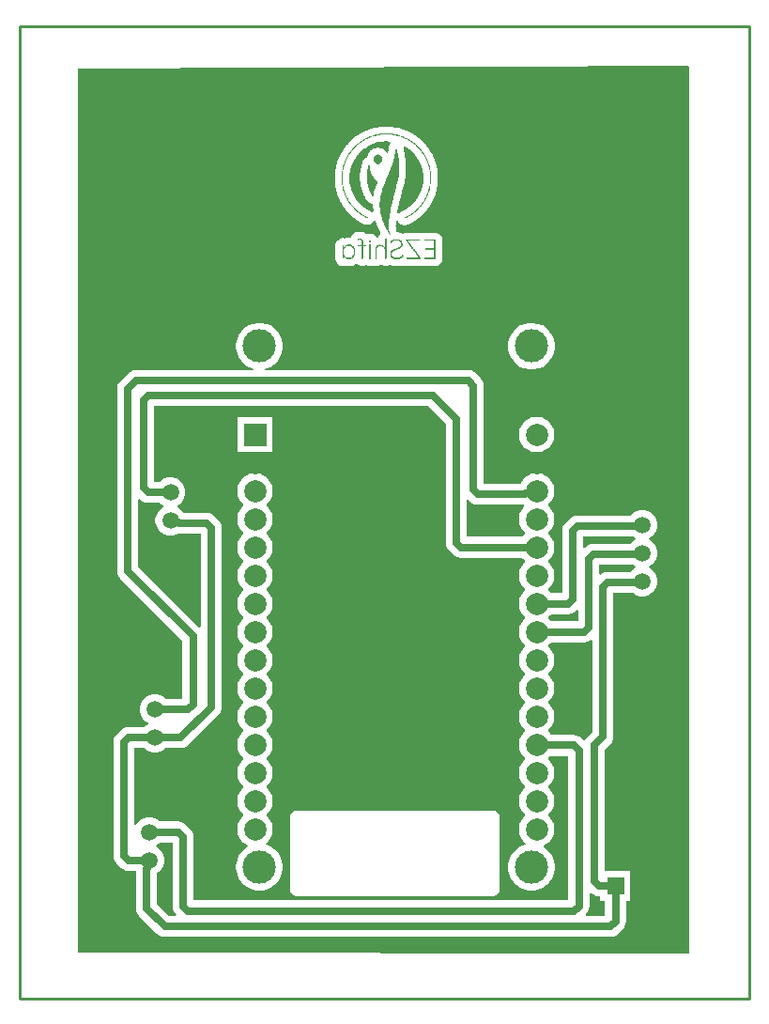
<source format=gbr>
%FSTAX23Y23*%
%MOIN*%
%SFA1B1*%

%IPPOS*%
%ADD10C,0.059055*%
%ADD11R,0.059055X0.059055*%
%ADD12R,0.078740X0.078740*%
%ADD13C,0.078740*%
%ADD14C,0.118110*%
%ADD15C,0.137795*%
%ADD16C,0.027559*%
%ADD17C,0.010000*%
%LNpcb1_copper_signal_bot-1*%
%LPD*%
G36*
X0256Y03546D02*
Y00402D01*
X02557Y00399*
X00393Y00403*
Y0354*
X02557Y03549*
X0256Y03546*
G37*
%LNpcb1_copper_signal_bot-2*%
%LPC*%
G36*
X01491Y03333D02*
X01481D01*
X01478Y03332*
X01471*
X01468Y03332*
X01465*
X01462Y03331*
X01461*
X01451Y03329*
X01451Y03329*
X01448Y03328*
X01448Y03328*
X01445Y03328*
X01445Y03328*
X01443Y03327*
X01442Y03327*
X01439Y03327*
X01439Y03326*
X01437Y03326*
X01436Y03326*
X01435Y03325*
X01435Y03325*
X01432Y03325*
X01432Y03324*
X0143Y03324*
X01429Y03324*
X01428Y03323*
X01427Y03323*
X01427Y03323*
X01426Y03322*
X01425Y03322*
X01424Y03322*
X01423Y03321*
X01422Y03321*
X01421Y03321*
X0142Y0332*
X01419Y0332*
X01419Y0332*
X01418Y03319*
X01417Y03319*
X01416Y03319*
X01416Y03318*
X01414Y03318*
X01414Y03318*
X01413Y03318*
X01412Y03317*
X01412Y03317*
X01411Y03317*
X0141Y03316*
X01409Y03316*
X01409Y03316*
X01408Y03315*
X01407Y03315*
X01407Y03314*
X01406Y03314*
X01405Y03314*
X01405Y03314*
X01404Y03313*
X01404Y03313*
X01403Y03313*
X01402Y03312*
X01401Y03312*
X01401Y03312*
X01399Y03311*
X01399Y03311*
X01398Y0331*
X01398Y0331*
X01397Y03309*
X01396Y03309*
X01395Y03308*
X01395Y03308*
X01394Y03307*
X01393Y03307*
X01391Y03306*
X01391Y03306*
X01389Y03305*
X01389Y03305*
X01388Y03304*
X01388Y03304*
X01386Y03302*
X01386Y03302*
X01378Y03297*
X01378Y03297*
X01373Y03294*
X01373Y03293*
X01371Y03292*
X01371Y03292*
X0137Y03291*
X0137Y03291*
X01369Y03291*
X01369Y0329*
X01367Y03289*
X01367Y03288*
X01366Y03288*
X01366Y03288*
X01366Y03287*
X01365Y03287*
X01365Y03287*
X01365Y03286*
X01362Y03285*
X01362Y03284*
X01362Y03284*
X01362Y03284*
X01361Y03284*
X01361Y03283*
X01361Y03283*
X0136Y03283*
X0136Y03282*
X0136Y03282*
X01359Y03282*
X01359Y03281*
X01359Y03281*
X01358Y03281*
X01358Y0328*
X01358Y0328*
X01357Y0328*
X01357Y03279*
X01357Y03279*
X01356Y03279*
X01356Y03278*
X01356Y03278*
X01355Y03278*
X01355Y03277*
X01355Y03277*
X01355Y03277*
X01354Y03277*
X01354Y03276*
X01354Y03276*
X01353Y03276*
X01353Y03275*
X01353Y03275*
X01352Y03275*
X01352Y03274*
X01352Y03274*
X01351Y03274*
X01351Y03273*
X01351Y03273*
X0135Y03273*
X01349Y0327*
X01348Y0327*
X01348Y0327*
X01348Y0327*
X01348Y03269*
X01347Y03269*
X01347Y03269*
X01346Y03268*
X01345Y03266*
X01345Y03266*
X01344Y03265*
X01344Y03265*
X01344Y03265*
X01343Y03264*
X01342Y03262*
X01341Y03262*
X01341Y03261*
X01341Y03261*
X01336Y03253*
X01336Y03253*
X01334Y03251*
X01334Y03251*
X01333Y0325*
X01333Y0325*
X01332Y03248*
X01332Y03248*
X0133Y03246*
X0133Y03245*
X0133Y03244*
X0133Y03244*
X01328Y03243*
X01328Y03243*
X01327Y03241*
X01327Y03241*
X01326Y03239*
X01326Y03238*
X01325Y03237*
X01325Y03237*
X01325Y03236*
X01325Y03236*
X01324Y03235*
X01324Y03235*
X01323Y03233*
X01323Y03232*
X01321Y0323*
X01321Y0323*
X01321Y03229*
X01321Y03229*
X0132Y03228*
X0132Y03227*
X0132Y03227*
X01319Y03225*
X01319Y03225*
X01319Y03224*
X01318Y03223*
X01318Y03222*
X01318Y03221*
X01318Y03221*
X01317Y0322*
X01317Y0322*
X01316Y03219*
X01316Y03218*
X01316Y03218*
X01315Y03216*
X01315Y03216*
X01315Y03214*
X01314Y03214*
X01314Y03213*
X01314Y03213*
X01314Y03211*
X01313Y03211*
X01313Y03208*
X01313Y03208*
X01312Y03207*
X01312Y03206*
X01312Y03205*
X01311Y03204*
X01311Y03203*
X01311Y03202*
X0131Y032*
X0131Y032*
X01309Y03197*
X01309Y03197*
X01309Y03195*
X01309Y03195*
X01308Y03191*
X01308Y03191*
X01307Y03188*
X01307Y03188*
X01307Y03185*
X01307Y03185*
X01305Y03176*
Y03174*
X01304Y03171*
Y03168*
X01304Y03164*
Y03137*
X01304Y03134*
Y0313*
X01305Y03127*
Y03125*
X01306Y03122*
Y03121*
X01307Y03112*
X01308Y03112*
X01308Y0311*
X01308Y03109*
X01309Y03107*
X01309Y03107*
X01309Y03104*
X01309Y03104*
X0131Y03101*
X0131Y03101*
X01311Y03099*
X01311Y03098*
X01311Y03097*
X01311Y03097*
X01312Y03094*
X01312Y03094*
X01313Y03092*
X01313Y03092*
X01313Y03091*
X01314Y0309*
X01314Y03089*
X01314Y03088*
X01314Y03087*
X01315Y03086*
X01315Y03085*
X01315Y03085*
X01316Y03083*
X01316Y03083*
X01316Y03082*
X01317Y03082*
X01317Y0308*
X01318Y03079*
X01318Y03079*
X01318Y03078*
X01318Y03078*
X01319Y03077*
X01319Y03076*
X01319Y03075*
X0132Y03075*
X0132Y03074*
X0132Y03073*
X01321Y03072*
X01321Y03072*
X01321Y03071*
X01321Y03071*
X01322Y0307*
X01322Y03069*
X01323Y03069*
X01323Y03068*
X01323Y03067*
X01323Y03067*
X01325Y03065*
X01325Y03065*
X01325Y03064*
X01325Y03064*
X01326Y03063*
X01326Y03062*
X01326Y03062*
X01327Y03061*
X01328Y03059*
X01328Y03059*
X01329Y03057*
X01329Y03057*
X0133Y03056*
X0133Y03056*
X01331Y03054*
X01331Y03054*
X01332Y03052*
X01332Y03052*
X01338Y03044*
X01338Y03044*
X01341Y0304*
X01341Y0304*
X01341Y03039*
X01342Y03039*
X01343Y03037*
X01344Y03036*
X01345Y03034*
X01346Y03034*
X01346Y03034*
X01346Y03033*
X01346Y03033*
X01347Y03033*
X01348Y0303*
X01349Y0303*
X01349Y0303*
X01349Y03029*
X0135Y03029*
X0135Y03029*
X0135Y03028*
X01351Y03028*
X01351Y03028*
X01351Y03027*
X01352Y03027*
X01352Y03027*
X01352Y03026*
X01353Y03026*
X01353Y03026*
X01353Y03026*
X01354Y03025*
X01354Y03025*
X01354Y03025*
X01355Y03024*
X01355Y03024*
X01355Y03024*
X01357Y03021*
X01359Y0302*
X01359Y03019*
X0136Y03019*
X0136Y03019*
X0136Y03019*
X01361Y03018*
X01361Y03018*
X01361Y03018*
X01362Y03017*
X01362Y03017*
X01362Y03017*
X01362Y03016*
X01363Y03016*
X01363Y03016*
X01363Y03015*
X01364Y03015*
X01365Y03014*
X01365Y03014*
X01367Y03012*
X01368Y03012*
X01368Y03012*
X01368Y03011*
X01369Y03011*
X01369Y0301*
X01371Y03009*
X01371Y03009*
X01372Y03008*
X01372Y03008*
X01372Y03008*
X01373Y03007*
X01381Y03002*
X01381Y03002*
X01384Y03*
X01384Y03*
X01386Y02998*
X01386Y02998*
X01388Y02997*
X01388Y02997*
X0139Y02996*
X0139Y02996*
X01392Y02994*
X01392Y02994*
X01393Y02994*
X01393Y02994*
X01395Y02992*
X01396Y02992*
X01396Y02992*
X01396Y02992*
X01398Y02991*
X01399Y0299*
X014Y0299*
X014Y0299*
X01401Y02989*
X01401Y02989*
X01402Y02989*
X01403Y02989*
X01404Y02988*
X01404Y02988*
X01405Y02987*
X01405Y02987*
X01407Y02986*
X01408Y02986*
X01409Y02985*
X01418Y02984*
X0142*
X01429Y02985*
X01437Y02991*
X01442Y02998*
X01442Y02999*
X01442Y02999*
X01445Y03*
X01448Y02999*
X01448Y02999*
X01448Y02998*
X01448Y02997*
X01449Y02996*
X01449Y02995*
X01449Y02994*
X0145Y02993*
X0145Y02992*
X0145Y02992*
X01451Y0299*
X01451Y02989*
X01451Y02988*
X01452Y02988*
X01452Y02986*
X01452Y02986*
X01452Y02984*
X01453Y02984*
X01453Y02983*
X01454Y02982*
X01454Y02982*
X01454Y02981*
X01454Y0298*
X01455Y02979*
X01455Y02979*
X01455Y02978*
X01456Y02977*
X01456Y02976*
X01456Y02975*
X01457Y02975*
X01457Y02974*
X01457Y02973*
X01458Y02973*
X01458Y02972*
X01458Y02972*
X01459Y02971*
X01459Y0297*
X01459Y0297*
X0146Y02968*
X0146Y02968*
X0146Y02967*
X01461Y02965*
X01461Y02965*
X01462Y02964*
X01462Y02964*
X01463Y02963*
X01463Y02963*
X01463Y02962*
X01463Y02961*
X01464Y02961*
X01464Y0296*
X01465Y02959*
X01465Y02959*
X01465Y02958*
X01465Y02953*
X0146Y02945*
X01459Y02944*
X01459Y02943*
X01458Y0294*
X01457Y02939*
X01453Y02939*
X01448Y02945*
X0144Y02951*
X0144Y02951*
X01439Y02951*
X0143Y02953*
X01426*
X01416Y02951*
X01416Y02951*
X01409Y02956*
X01408Y02956*
X01407Y02956*
X01407Y02957*
X01406Y02957*
X01405Y02957*
X01404Y02958*
X01395Y0296*
X01387*
X01377Y02958*
X01376Y02957*
X01376Y02957*
X01375Y02957*
X01375Y02956*
X01367Y02951*
X01362Y02943*
X01361Y02938*
X01358Y02938*
X01349*
X0134Y02937*
X0134Y02936*
X01339Y02936*
X01333Y02937*
X01331*
X01322Y02935*
X01314Y0293*
X01314Y0293*
X01313Y0293*
X01313Y02929*
X01313Y02929*
X01307Y02921*
X01306Y02912*
Y02864*
X01307Y02855*
X01313Y02847*
X01313Y02847*
X01313Y02846*
X01314Y02846*
X01314Y02846*
X01322Y0284*
X01331Y02839*
X01333*
X01339Y0284*
X01339Y0284*
X01348Y02838*
X01349*
X01353Y02837*
X01354*
X01357Y02838*
X01358*
X01368Y0284*
X01368Y0284*
X0137Y0284*
X0137Y02841*
X01371Y02841*
X01372Y02842*
X01373Y02842*
X01374Y02842*
X01374Y02842*
X01376Y02844*
X01376Y02844*
X01381Y02847*
X01382Y02847*
X01382Y02847*
X01382Y02846*
X0139Y02841*
X01391Y02841*
X01391Y0284*
X01401Y02839*
X01402*
X01411Y0284*
X01412Y02841*
X01412Y02841*
X01415Y02843*
X01417Y02841*
X01417Y02841*
X01418Y0284*
X01427Y02839*
X01429*
X01438Y0284*
X01439Y02841*
X01439Y0284*
X01449Y02839*
X0145*
X01459Y0284*
X0146Y02841*
X0146Y02841*
X01467Y02845*
X01473Y02841*
X01474Y02841*
X01474Y0284*
X01484Y02839*
X01485*
X01494Y0284*
X01495Y02841*
X01495Y02841*
X01499Y02843*
X01499Y02843*
X01499Y02843*
X015Y02842*
X015Y02842*
X01501Y02842*
X01502Y02842*
X01503Y02841*
X01504Y02841*
X01504Y0284*
X01508Y0284*
X01508Y0284*
X01517Y02838*
X01518*
X01521Y02837*
X01524*
X01527Y02838*
X0153*
X01539Y0284*
X01539Y0284*
X01541Y0284*
X01542Y02841*
X01543Y02841*
X01544Y02842*
X01545Y02842*
X01545Y02842*
X01546Y02842*
X01549Y0284*
X01558Y02839*
X01607*
X01614Y0284*
X01622Y02839*
X01659*
X01669Y0284*
X01671Y02842*
X01671Y02842*
X01678Y02847*
X01684Y02855*
X01685Y02864*
Y02931*
X01684Y0294*
X01678Y02948*
X01671Y02953*
X01671Y02953*
X01669Y02955*
X01659Y02956*
X01622*
X01613Y02955*
X01604Y02956*
X01558*
X01549Y02955*
X01548Y02954*
X01547Y02954*
X01545Y02952*
X01544Y02953*
X01544Y02953*
X01543Y02953*
X01542Y02953*
X01541Y02954*
X0154Y02954*
X0154Y02955*
X01537Y02955*
X01537Y02955*
X01528Y02957*
X01523*
X01522Y0296*
X01522Y02961*
X01521Y02962*
X01521Y02962*
X01521Y02965*
X01521Y02965*
X01521Y02966*
Y02968*
X0152Y02971*
Y02978*
X01519Y02982*
X0152Y02985*
Y02994*
X01521Y02997*
Y03001*
X01521Y03003*
X01526*
X01527Y02999*
X01527Y02998*
X01527Y02998*
X01528Y02997*
X01528Y02997*
X01533Y02989*
X01541Y02984*
X0155Y02982*
X01551*
X01561Y02984*
X01561Y02984*
X01562Y02984*
X01563Y02985*
X01563Y02985*
X01564Y02985*
X01564Y02985*
X01565Y02986*
X01566Y02986*
X01567Y02987*
X01567Y02987*
X01568Y02987*
X01568Y02987*
X01569Y02988*
X0157Y02988*
X0157Y02989*
X01571Y02989*
X01572Y02989*
X01572Y02989*
X01573Y0299*
X01573Y0299*
X01574Y0299*
X01575Y02991*
X01577Y02992*
X01577Y02992*
X01577Y02992*
X01578Y02992*
X0158Y02994*
X0158Y02994*
X01582Y02995*
X01582Y02995*
X01584Y02996*
X01584Y02996*
X01584Y02997*
X01585Y02997*
X01587Y02998*
X01587Y02998*
X01595Y03003*
X01595Y03004*
X01599Y03007*
X01599Y03007*
X016Y03007*
X016Y03008*
X01602Y03009*
X01603Y0301*
X01603Y0301*
X01603Y0301*
X01606Y03012*
X01606Y03012*
X01606Y03012*
X01606Y03013*
X01607Y03013*
X01607Y03013*
X01607Y03014*
X01608Y03014*
X0161Y03016*
X0161Y03016*
X01611Y03016*
X01611Y03017*
X01611Y03017*
X01612Y03017*
X01612Y03018*
X01612Y03018*
X01613Y03018*
X01613Y03019*
X01613Y03019*
X01613Y03019*
X01614Y03019*
X01614Y0302*
X01614Y0302*
X01615Y0302*
X01615Y03021*
X01615Y03021*
X01616Y03021*
X01616Y03022*
X01616Y03022*
X01617Y03022*
X01617Y03023*
X01617Y03023*
X01618Y03023*
X01618Y03024*
X01618Y03024*
X01619Y03024*
X01619Y03025*
X01619Y03025*
X0162Y03025*
X0162Y03026*
X0162Y03026*
X0162Y03026*
X01621Y03026*
X01621Y03027*
X01622Y03027*
X01622Y03027*
X01622Y03028*
X01622Y03028*
X01623Y03028*
X01623Y03029*
X01623Y03029*
X01624Y03029*
X01624Y0303*
X01626Y03032*
X01626Y03032*
X01626Y03033*
X01627Y03033*
X01627Y03033*
X01627Y03034*
X01629Y03036*
X01629Y03036*
X01629Y03036*
X0163Y03037*
X0163Y03037*
X0163Y03037*
X01633Y03042*
X01634Y03042*
X01639Y0305*
X01639Y0305*
X0164Y03052*
X0164Y03052*
X01641Y03053*
X01641Y03053*
X01643Y03055*
X01643Y03055*
X01644Y03057*
X01644Y03057*
X01645Y03059*
X01645Y0306*
X01646Y0306*
X01646Y03061*
X01647Y03062*
X01647Y03062*
X01647Y03063*
X01647Y03063*
X01648Y03065*
X01649Y03065*
X01649Y03066*
X01649Y03067*
X0165Y03068*
X0165Y03068*
X01651Y03069*
X01651Y03071*
X01652Y03071*
X01652Y03072*
X01652Y03073*
X01652Y03073*
X01653Y03074*
X01653Y03074*
X01654Y03075*
X01654Y03076*
X01654Y03076*
X01654Y03077*
X01655Y03078*
X01655Y03079*
X01655Y0308*
X01656Y0308*
X01656Y03081*
X01656Y03081*
X01657Y03082*
X01657Y03084*
X01657Y03084*
X01657Y03085*
X01658Y03085*
X01658Y03087*
X01659Y03087*
X01659Y03089*
X01659Y03089*
X0166Y03091*
X0166Y03091*
X0166Y03093*
X01661Y03093*
X01661Y03094*
X01661Y03095*
X01662Y03096*
X01662Y03097*
X01662Y03099*
X01663Y03099*
X01663Y03102*
X01663Y03102*
X01663Y03103*
X01664Y03104*
X01664Y03107*
X01664Y03107*
X01665Y0311*
X01665Y0311*
X01666Y03114*
X01666Y03114*
X01668Y03123*
Y03123*
X01668Y03127*
Y03127*
X01669Y0313*
Y03134*
X01669Y03137*
Y03164*
X01669Y03167*
Y03171*
X01668Y03174*
Y03175*
X01667Y03181*
Y03182*
X01665Y03191*
X01665Y03191*
X01664Y03194*
X01664Y03194*
X01664Y03197*
X01663Y03198*
X01663Y03199*
X01663Y03199*
X01663Y03202*
X01662Y03202*
X01662Y03204*
X01662Y03205*
X01661Y03206*
X01661Y03207*
X01661Y03208*
X0166Y03209*
X0166Y0321*
X01659Y03211*
X01659Y03211*
X01659Y03212*
X01659Y03214*
X01658Y03215*
X01658Y03215*
X01658Y03216*
X01657Y03217*
X01657Y03218*
X01657Y03218*
X01656Y03219*
X01656Y0322*
X01656Y03221*
X01655Y03221*
X01655Y03222*
X01655Y03223*
X01654Y03224*
X01654Y03225*
X01654Y03225*
X01654Y03226*
X01653Y03227*
X01653Y03227*
X01652Y03228*
X01652Y03228*
X01652Y03229*
X01652Y0323*
X01651Y03231*
X01651Y03231*
X0165Y03232*
X0165Y03232*
X0165Y03233*
X0165Y03234*
X01649Y03234*
X01649Y03235*
X01648Y03237*
X01648Y03237*
X01647Y03238*
X01647Y03238*
X01647Y03239*
X01647Y03239*
X01646Y0324*
X01646Y03241*
X01645Y03243*
X01645Y03243*
X01643Y03244*
X01643Y03244*
X01643Y03245*
X01643Y03246*
X01637Y03254*
X01637Y03254*
X01633Y0326*
X01633Y0326*
X01631Y03263*
X01631Y03263*
X01629Y03265*
X01629Y03265*
X01629Y03266*
X01628Y03266*
X01627Y03268*
X01626Y03269*
X01626Y03269*
X01626Y03269*
X01625Y0327*
X01625Y0327*
X01625Y0327*
X01624Y0327*
X01624Y03271*
X01624Y03271*
X01622Y03273*
X01622Y03274*
X01622Y03274*
X01621Y03274*
X01621Y03275*
X0162Y03275*
X0162Y03275*
X0162Y03276*
X0162Y03276*
X01619Y03276*
X01619Y03277*
X01619Y03277*
X01618Y03277*
X01618Y03277*
X01618Y03278*
X01617Y03278*
X01617Y03278*
X01617Y03279*
X01616Y03279*
X01616Y03279*
X01616Y0328*
X01615Y0328*
X01615Y0328*
X01615Y03281*
X01614Y03281*
X01614Y03281*
X01614Y03282*
X01613Y03282*
X01613Y03282*
X01613Y03283*
X01613Y03283*
X01612Y03283*
X01612Y03284*
X01612Y03284*
X01611Y03284*
X01611Y03284*
X01611Y03285*
X01608Y03286*
X01608Y03287*
X01608Y03287*
X01607Y03287*
X01607Y03288*
X01607Y03288*
X01606Y03288*
X01606Y03289*
X01604Y0329*
X01604Y03291*
X01603Y03291*
X01603Y03291*
X01603Y03292*
X01602Y03292*
X01598Y03295*
X01598Y03295*
X01596Y03297*
X01595Y03297*
X01587Y03302*
X01587Y03302*
X01586Y03304*
X01586Y03304*
X01584Y03305*
X01584Y03305*
X01582Y03306*
X01581Y03306*
X0158Y03307*
X0158Y03307*
X01579Y03308*
X01578Y03308*
X01577Y03309*
X01577Y03309*
X01575Y0331*
X01575Y0331*
X01574Y03311*
X01574Y03311*
X01573Y03311*
X01573Y03311*
X01571Y03312*
X0157Y03313*
X0157Y03313*
X01569Y03313*
X01568Y03314*
X01568Y03314*
X01567Y03314*
X01567Y03314*
X01566Y03315*
X01564Y03315*
X01564Y03316*
X01563Y03316*
X01563Y03316*
X01562Y03316*
X01561Y03317*
X01561Y03317*
X0156Y03318*
X0156Y03318*
X01559Y03318*
X01557Y03318*
X01557Y03319*
X01556Y03319*
X01556Y03319*
X01554Y0332*
X01554Y0332*
X01552Y0332*
X01552Y03321*
X01551Y03321*
X0155Y03321*
X01549Y03322*
X01548Y03322*
X01547Y03322*
X01547Y03323*
X01545Y03323*
X01545Y03323*
X01543Y03324*
X01543Y03324*
X0154Y03324*
X0154Y03325*
X01539Y03325*
X01538Y03325*
X01537Y03326*
X01536Y03326*
X01534Y03326*
X01534Y03327*
X01531Y03327*
X01531Y03327*
X01528Y03328*
X01528Y03328*
X01525Y03328*
X01525Y03328*
X01516Y0333*
X01515*
X01512Y03331*
X01511*
X01507Y03332*
X01505*
X01502Y03332*
X01495*
X01491Y03333*
G37*
G36*
X02009Y02636D02*
X01993D01*
X01977Y02633*
X01962Y02627*
X01948Y02618*
X01937Y02606*
X01928Y02593*
X01921Y02578*
X01918Y02562*
Y02546*
X01921Y0253*
X01928Y02515*
X01937Y02501*
X01948Y02489*
X01962Y0248*
X01977Y02474*
X01993Y02471*
X02009*
X02025Y02474*
X0204Y0248*
X02054Y02489*
X02065Y02501*
X02074Y02515*
X0208Y0253*
X02084Y02546*
Y02562*
X0208Y02578*
X02074Y02593*
X02065Y02606*
X02054Y02618*
X0204Y02627*
X02025Y02633*
X02009Y02636*
G37*
G36*
X02026Y02303D02*
X02013D01*
X02001Y02301*
X0199Y02296*
X01979Y02289*
X01971Y0228*
X01964Y0227*
X01959Y02259*
X01957Y02247*
Y02234*
X01959Y02222*
X01964Y0221*
X01971Y022*
X01979Y02191*
X0199Y02185*
X02001Y0218*
X02013Y02177*
X02026*
X02038Y0218*
X02049Y02185*
X0206Y02191*
X02068Y022*
X02075Y0221*
X0208Y02222*
X02082Y02234*
Y02247*
X0208Y02259*
X02075Y0227*
X02068Y0228*
X0206Y02289*
X02049Y02296*
X02038Y02301*
X02026Y02303*
G37*
G36*
X01044Y02636D02*
X01028D01*
X01012Y02633*
X00997Y02627*
X00983Y02618*
X00972Y02606*
X00963Y02593*
X00957Y02578*
X00953Y02562*
Y02546*
X00957Y0253*
X00963Y02515*
X00972Y02501*
X00983Y02489*
X00997Y0248*
X01012Y02474*
X01016Y02473*
X01015Y02468*
X00597*
X00587Y02467*
X00578Y02463*
X0057Y02457*
X00542Y02429*
X00536Y02421*
X00532Y02412*
X00531Y02402*
Y01756*
X00532Y01746*
X00536Y01737*
X00542Y01729*
X00762Y01509*
Y01302*
X00702*
X00697Y01307*
X00685Y01314*
X00671Y01318*
X00658*
X00644Y01314*
X00632Y01307*
X00622Y01297*
X00615Y01285*
X00611Y01271*
Y01258*
X00615Y01244*
X00622Y01232*
X00632Y01222*
X0064Y01217*
Y01212*
X00632Y01207*
X00627Y01202*
X00571*
X00561Y01201*
X00552Y01197*
X00544Y01191*
X00528Y01175*
X00522Y01167*
X00518Y01158*
X00517Y01148*
Y00746*
X00518Y00736*
X00522Y00727*
X00528Y00719*
X00544Y00703*
X00552Y00697*
X00561Y00693*
X00571Y00692*
X00597*
Y0056*
X00598Y0055*
X00602Y00541*
X00608Y00533*
X00673Y00468*
X00681Y00462*
X0069Y00458*
X007Y00457*
X02283*
X02293Y00458*
X02302Y00462*
X0231Y00468*
X02326Y00484*
X02332Y00492*
X02336Y00501*
X02337Y00511*
Y00586*
X02353*
Y00693*
X02262*
Y01122*
X02282Y01142*
X02288Y0115*
X02292Y01159*
X02293Y01169*
Y01677*
X02362*
X02374Y0167*
X02388Y01666*
X02401*
X02415Y0167*
X02427Y01677*
X02437Y01687*
X02444Y01699*
X02448Y01713*
Y01726*
X02444Y0174*
X02437Y01752*
X02427Y01762*
X02419Y01767*
Y01772*
X02427Y01777*
X02437Y01787*
X02444Y01799*
X02448Y01813*
Y01826*
X02444Y0184*
X02437Y01852*
X02427Y01862*
X02419Y01867*
Y01872*
X02427Y01877*
X02437Y01887*
X02444Y01899*
X02448Y01913*
Y01926*
X02444Y0194*
X02437Y01952*
X02427Y01962*
X02415Y01969*
X02401Y01973*
X02388*
X02374Y01969*
X02362Y01962*
X02352Y01952*
X02165*
X02155Y01951*
X02146Y01947*
X02138Y01941*
X02122Y01925*
X02116Y01917*
X02112Y01908*
X02111Y01898*
Y01678*
X0207*
X02068Y0168*
X02062Y01687*
X0206Y0169*
X02062Y01694*
X02068Y017*
X02075Y0171*
X0208Y01722*
X02082Y01734*
Y01747*
X0208Y01759*
X02075Y0177*
X02068Y0178*
X02062Y01787*
X0206Y0179*
X02062Y01794*
X02068Y018*
X02075Y0181*
X0208Y01822*
X02082Y01834*
Y01847*
X0208Y01859*
X02075Y0187*
X02068Y0188*
X02062Y01887*
X0206Y0189*
X02062Y01894*
X02068Y019*
X02075Y0191*
X0208Y01922*
X02082Y01934*
Y01947*
X0208Y01959*
X02075Y0197*
X02068Y0198*
X02062Y01987*
X0206Y0199*
X02062Y01994*
X02068Y02*
X02075Y0201*
X0208Y02022*
X02082Y02034*
Y02047*
X0208Y02059*
X02075Y0207*
X02068Y0208*
X0206Y02089*
X02049Y02096*
X02038Y02101*
X02026Y02103*
X02013*
X02001Y02101*
X0199Y02096*
X01979Y02089*
X01971Y0208*
X01964Y0207*
X01962Y02066*
X01833*
Y02413*
X01832Y02423*
X01828Y02432*
X01822Y0244*
X01805Y02457*
X01797Y02463*
X01788Y02467*
X01778Y02468*
X01057*
X01056Y02473*
X0106Y02474*
X01075Y0248*
X01089Y02489*
X011Y02501*
X01109Y02515*
X01116Y0253*
X01119Y02546*
Y02562*
X01116Y02578*
X01109Y02593*
X011Y02606*
X01089Y02618*
X01075Y02627*
X0106Y02633*
X01044Y02636*
G37*
%LNpcb1_copper_signal_bot-3*%
%LPD*%
G36*
X01496Y0328D02*
X01499D01*
X01501Y03276*
X01501Y03275*
X01498Y03271*
X01498Y03267*
X01498Y03267*
X01496Y03258*
Y03256*
X01495Y03253*
Y03252*
X01495Y03249*
Y03247*
X01495Y03247*
X01495Y03247*
X01493Y03241*
X01488Y0324*
X01485Y03245*
X01484Y03245*
X01484Y03245*
X01484Y03245*
X01483Y03246*
X01483Y03246*
X01483Y03247*
X01482Y03247*
X01482Y03247*
X01482Y03247*
X01482Y03248*
X01481Y03248*
X01481Y03248*
X01473Y03254*
X01473Y03254*
X01471Y03255*
X0147Y03255*
X01469Y03256*
X01467Y03256*
X01467Y03256*
X01457Y03258*
X01455*
X01446Y03256*
X01446Y03256*
X01443Y03256*
X01442Y03255*
X01441Y03255*
X0144Y03254*
X0144Y03254*
X01432Y03249*
X01432Y03249*
X0143Y03247*
X01429Y03247*
X01429Y03247*
X01429Y03246*
X01428Y03246*
X01423Y03238*
X01423Y03238*
X01422Y03237*
X01422Y03237*
X01421Y03235*
X01421Y03234*
X01421Y03234*
X0142Y03233*
X0142Y03232*
X01419Y0323*
X01419Y0323*
X01418Y03223*
X01416Y03223*
X01408Y03218*
X01403Y0321*
X01403Y03209*
X01403Y03208*
X01403Y03208*
X01402Y03207*
X01402Y03205*
X01401Y03205*
X01401Y03203*
X01401Y03203*
X014Y03202*
X014Y03201*
X014Y032*
X01399Y03199*
X01399Y03198*
X01399Y03197*
X01399Y03196*
X01398Y03195*
X01398Y03193*
X01398Y03193*
X01397Y0319*
X01397Y0319*
X01395Y03181*
Y0318*
X01394Y03174*
Y03173*
X01393Y0317*
Y03166*
X01392Y03163*
Y03147*
X01393Y03144*
Y0314*
X01394Y03137*
Y03136*
X01394Y03132*
Y03132*
X01396Y03122*
X01396Y03122*
X01397Y03119*
X01397Y03119*
X01398Y03117*
X01398Y03116*
X01398Y03114*
X01398Y03114*
X01399Y03112*
X01399Y03111*
X01399Y0311*
X014Y03109*
X014Y03108*
X014Y03107*
X01401Y03106*
X01401Y03105*
X01401Y03104*
X01402Y03103*
X01402Y03102*
X01402Y03101*
X01403Y031*
X01403Y03099*
X01403Y03099*
X01404Y03098*
X01404Y03097*
X01404Y03096*
X01405Y03096*
X01405Y03095*
X01405Y03094*
X01406Y03093*
X01406Y03092*
X01406Y03092*
X01406Y03091*
X01407Y0309*
X01407Y0309*
X01407Y03089*
X01408Y03088*
X01408Y03087*
X01408Y03087*
X01409Y03086*
X01409Y03085*
X0141Y03085*
X0141Y03084*
X0141Y03083*
X0141Y03083*
X01411Y03082*
X01411Y03082*
X01412Y0308*
X01412Y0308*
X01413Y03079*
X01413Y03078*
X01414Y03076*
X01414Y03076*
X01419Y03069*
X0142Y03068*
X0142Y03068*
X0142Y03068*
X01421Y03067*
X01421Y03067*
X01421Y03067*
X01429Y03062*
X01438Y0306*
X01439*
Y03045*
X0144Y03042*
Y03037*
X0144Y03034*
Y03033*
X01441Y03031*
X01436Y03029*
X0143Y03033*
X01429Y03033*
X01427Y03034*
X01427Y03035*
X01426Y03035*
X01425Y03035*
X01425Y03036*
X01424Y03036*
X01423Y03036*
X01423Y03036*
X01422Y03037*
X01421Y03037*
X01421Y03038*
X0142Y03038*
X01419Y03038*
X01419Y03038*
X01417Y0304*
X01417Y0304*
X01416Y03041*
X01415Y03041*
X01414Y03041*
X01414Y03041*
X0141Y03044*
X0141Y03045*
X01408Y03046*
X01407Y03046*
X01405Y03048*
X01405Y03048*
X01404Y03049*
X01404Y03049*
X01402Y03051*
X01402Y03051*
X01401Y03051*
X01401Y03052*
X01401Y03052*
X014Y03052*
X014Y03052*
X014Y03053*
X01399Y03053*
X01399Y03054*
X01397Y03055*
X01397Y03055*
X01396Y03056*
X01396Y03056*
X01396Y03056*
X01395Y03057*
X01395Y03057*
X01395Y03057*
X01394Y03058*
X01394Y03058*
X01394Y03058*
X01393Y03059*
X01393Y03059*
X01393Y03059*
X01392Y0306*
X01391Y03062*
X01389Y03063*
X01388Y03065*
X01387Y03065*
X01387Y03066*
X01387Y03066*
X01386Y03066*
X01386Y03067*
X01386Y03067*
X01385Y03067*
X01384Y03069*
X01383Y0307*
X01382Y03072*
X01381Y03072*
X01381Y03073*
X01381Y03073*
X01379Y03075*
X01379Y03075*
X01377Y03078*
X01377Y03078*
X01376Y0308*
X01376Y0308*
X01375Y03081*
X01375Y03081*
X01374Y03082*
X01374Y03083*
X01374Y03084*
X01374Y03084*
X01372Y03086*
X01372Y03086*
X01372Y03087*
X01372Y03087*
X01371Y03088*
X01371Y03089*
X01371Y03089*
X0137Y0309*
X0137Y03091*
X0137Y03091*
X01369Y03092*
X01369Y03092*
X01369Y03093*
X01369Y03094*
X01368Y03094*
X01368Y03095*
X01367Y03096*
X01367Y03096*
X01367Y03097*
X01367Y03097*
X01366Y03098*
X01366Y03099*
X01365Y031*
X01365Y03101*
X01365Y03101*
X01365Y03103*
X01364Y03103*
X01364Y03104*
X01363Y03105*
X01363Y03105*
X01363Y03106*
X01363Y03107*
X01362Y03108*
X01362Y03109*
X01362Y0311*
X01361Y03111*
X01361Y03111*
X01361Y03113*
X0136Y03113*
X0136Y03115*
X0136Y03115*
X0136Y03117*
X01359Y03117*
X01359Y03119*
X01359Y03119*
X01358Y03122*
X01358Y03122*
X01358Y03124*
X01358Y03124*
X01357Y03128*
Y03129*
X01356Y03132*
Y03134*
X01356Y03137*
Y03142*
X01355Y03145*
Y03156*
X01356Y03159*
Y03164*
X01356Y03167*
Y03168*
X01357Y03171*
Y03173*
X01358Y03176*
Y03176*
X01358Y03176*
X01358Y03178*
X01358Y03179*
X01359Y03181*
X01359Y03181*
X01359Y03184*
X0136Y03184*
X0136Y03186*
X0136Y03186*
X0136Y03187*
X01361Y03188*
X01361Y03189*
X01361Y0319*
X01362Y03191*
X01362Y03192*
X01363Y03194*
X01363Y03194*
X01363Y03195*
X01363Y03195*
X01364Y03197*
X01364Y03197*
X01364Y03198*
X01365Y03199*
X01365Y032*
X01365Y032*
X01365Y03201*
X01366Y03202*
X01366Y03202*
X01367Y03203*
X01367Y03204*
X01367Y03205*
X01367Y03205*
X01368Y03206*
X01368Y03207*
X01369Y03207*
X01369Y03208*
X01369Y03209*
X01369Y03209*
X0137Y0321*
X0137Y03211*
X0137Y03211*
X01371Y03212*
X01371Y03213*
X01371Y03213*
X01372Y03215*
X01372Y03215*
X01373Y03216*
X01373Y03216*
X01374Y03217*
X01374Y03218*
X01374Y03218*
X01374Y03218*
X01376Y0322*
X01376Y0322*
X01377Y03222*
X01377Y03223*
X01377Y03223*
X01377Y03223*
X01378Y03224*
X01378Y03224*
X0138Y03226*
X0138Y03227*
X01381Y03229*
X01382Y03229*
X01383Y03231*
X01384Y03232*
X01384Y03232*
X01384Y03232*
X01385Y03233*
X01385Y03233*
X01387Y03235*
X01387Y03235*
X01387Y03236*
X01388Y03236*
X01388Y03236*
X01388Y03237*
X01388Y03237*
X01389Y03237*
X01389Y03238*
X01389Y03238*
X0139Y03239*
X01391Y03239*
X01391Y0324*
X01391Y0324*
X01392Y03241*
X01393Y03241*
X01393Y03242*
X01393Y03242*
X01395Y03244*
X01397Y03245*
X01397Y03245*
X01397Y03246*
X01397Y03246*
X01398Y03246*
X01398Y03247*
X01398Y03247*
X01399Y03247*
X01399Y03248*
X01399Y03248*
X014Y03248*
X014Y03249*
X014Y03249*
X01401Y03249*
X01403Y03251*
X01403Y03251*
X01404Y03251*
X01404Y03252*
X01406Y03253*
X01406Y03254*
X01407Y03254*
X01407Y03254*
X01409Y03256*
X0141Y03256*
X01414Y03259*
X01414Y03259*
X01416Y0326*
X01416Y0326*
X01417Y03262*
X01417Y03262*
X01418Y03262*
X01419Y03262*
X0142Y03263*
X0142Y03263*
X01421Y03263*
X01421Y03263*
X01422Y03264*
X01423Y03264*
X01424Y03265*
X01425Y03265*
X01425Y03266*
X01426Y03266*
X01426Y03266*
X01428Y03267*
X01429Y03267*
X01429Y03267*
X0143Y03268*
X0143Y03268*
X01432Y03269*
X01433Y03269*
X01434Y0327*
X01434Y0327*
X01435Y0327*
X01436Y03271*
X01437Y03271*
X01437Y03271*
X01438Y03272*
X01439Y03272*
X0144Y03272*
X0144Y03272*
X01441Y03273*
X01442Y03273*
X01443Y03273*
X01444Y03274*
X01445Y03274*
X01446Y03274*
X01447Y03275*
X01448Y03275*
X01449Y03275*
X0145Y03276*
X0145Y03276*
X01453Y03276*
X01453Y03277*
X01455Y03277*
X01455Y03277*
X01457Y03278*
X01457Y03278*
X0146Y03278*
X0146Y03278*
X0146*
X01463Y03279*
X01465*
X01468Y0328*
X01469*
X01472Y0328*
X01476*
X01479Y03281*
X01493*
X01496Y0328*
G37*
G36*
X01457Y03233D02*
X0146D01*
Y03233*
X01462*
Y03232*
X01463*
Y03231*
X01464*
Y03231*
X01465*
Y0323*
X01465*
Y03229*
X01466*
Y03229*
X01466*
Y03228*
X01467*
Y03228*
X01468*
Y03226*
X01468*
Y03225*
X01469*
Y03224*
X0147*
Y03222*
X0147*
Y03212*
X0147*
Y0321*
X01469*
Y03208*
X01468*
Y03207*
X01468*
Y03206*
X01467*
Y03205*
X01466*
Y03205*
X01466*
Y03203*
X01465*
Y03203*
X01464*
Y03202*
X01463*
Y03201*
X01462*
Y03201*
X01461*
Y032*
X01459*
Y03199*
X01454*
Y032*
X01452*
Y03201*
X0145*
Y03201*
X01449*
Y03202*
X01448*
Y03203*
X01447*
Y03203*
X01447*
Y03204*
X01446*
Y03205*
X01445*
Y03206*
X01445*
Y03206*
X01444*
Y03208*
X01443*
Y03208*
X01443*
Y0321*
X01442*
Y03213*
X01441*
Y03221*
X01442*
Y03223*
X01443*
Y03224*
X01443*
Y03226*
X01444*
Y03226*
X01445*
Y03228*
X01445*
Y03229*
X01446*
Y03229*
X01447*
Y0323*
X01448*
Y03231*
X01449*
Y03231*
X01449*
Y03232*
X0145*
Y03233*
X01452*
Y03233*
X01455*
Y03234*
X01457*
Y03233*
G37*
G36*
X01426Y03194D02*
X01427D01*
Y03189*
X01427*
Y03185*
X01428*
Y03182*
X01429*
Y03179*
X01429*
Y03176*
X0143*
Y03175*
X01431*
Y03173*
X01431*
Y03171*
X01432*
Y03169*
X01433*
Y03167*
X01433*
Y03166*
X01434*
Y03165*
X01434*
Y03164*
X01435*
Y03162*
X01436*
Y03161*
X01436*
Y0316*
X01437*
Y03159*
X01438*
Y03158*
X01438*
Y03157*
X01439*
Y03155*
X0144*
Y03155*
X0144*
Y03153*
X01441*
Y03152*
X01442*
Y03151*
X01443*
Y0315*
X01443*
Y03149*
X01444*
Y03148*
X01445*
Y03148*
X01445*
Y03147*
X01446*
Y03146*
X01447*
Y03145*
X01447*
Y03144*
X01448*
Y03144*
X01449*
Y03143*
X01449*
Y03143*
X0145*
Y03142*
X0145*
Y03141*
X01451*
Y0314*
X01452*
Y03139*
X01452*
Y03139*
X01453*
Y03138*
X01454*
Y03137*
X01454*
Y03136*
X01456*
Y03134*
X01455*
Y03133*
X01454*
Y03132*
X01454*
Y0313*
X01453*
Y03129*
X01452*
Y03127*
X01452*
Y03126*
X01451*
Y03124*
X0145*
Y03123*
X0145*
Y03121*
X01449*
Y0312*
X01449*
Y03118*
X01448*
Y03116*
X01447*
Y03114*
X01447*
Y03113*
X01446*
Y03111*
X01445*
Y03108*
X01445*
Y03106*
X01444*
Y03105*
X01443*
Y03102*
X01443*
Y031*
X01442*
Y03098*
X01441*
Y03095*
X01441*
Y03092*
X0144*
Y03089*
X0144*
Y03084*
X01438*
Y03084*
X01438*
Y03085*
X01437*
Y03086*
X01436*
Y03087*
X01436*
Y03088*
X01435*
Y03089*
X01434*
Y0309*
X01434*
Y03091*
X01433*
Y03092*
X01433*
Y03093*
X01432*
Y03095*
X01431*
Y03096*
X01431*
Y03097*
X0143*
Y03099*
X01429*
Y031*
X01429*
Y03102*
X01428*
Y03103*
X01427*
Y03105*
X01427*
Y03106*
X01426*
Y03108*
X01426*
Y03109*
X01425*
Y03111*
X01424*
Y03113*
X01424*
Y03115*
X01423*
Y03117*
X01422*
Y03119*
X01422*
Y03121*
X01421*
Y03123*
X0142*
Y03126*
X0142*
Y03129*
X01419*
Y03132*
X01418*
Y03136*
X01418*
Y0314*
X01417*
Y03147*
X01417*
Y03163*
X01417*
Y0317*
X01418*
Y03174*
X01418*
Y03177*
X01419*
Y03181*
X0142*
Y03183*
X0142*
Y03184*
Y03185*
Y03186*
X01421*
Y03188*
X01422*
Y0319*
X01422*
Y03192*
X01423*
Y03194*
X01424*
Y03196*
X01424*
Y03198*
X01425*
Y03199*
X01426*
Y03201*
X01426*
Y03194*
G37*
G36*
X01555Y03262D02*
X01555Y03261D01*
X01556Y03261*
X01556Y03261*
X01558Y0326*
X01559Y0326*
X01559Y03259*
X01559Y03259*
X01561Y03258*
X01561Y03258*
X01564Y03256*
X01564Y03256*
X01564Y03256*
X01564Y03255*
X01567Y03253*
X01568Y03253*
X0157Y03251*
X0157Y03251*
X01571Y03251*
X01571Y0325*
X01571Y0325*
X01571Y0325*
X01574Y03248*
X01574Y03248*
X01574Y03247*
X01575Y03247*
X01575Y03247*
X01575Y03246*
X01576Y03246*
X01576Y03246*
X01576Y03245*
X01577Y03245*
X01577Y03245*
X01577Y03244*
X01578Y03244*
X01578Y03244*
X01578Y03244*
X01578Y03243*
X01579Y03243*
X01579Y03243*
X0158Y03242*
X0158Y03242*
X0158Y03242*
X0158Y03241*
X01581Y03241*
X01581Y03241*
X01581Y0324*
X01582Y0324*
X01582Y0324*
X01582Y03239*
X01583Y03239*
X01583Y03239*
X01583Y03238*
X01584Y03238*
X01584Y03238*
X01584Y03237*
X01585Y03237*
X01585Y03237*
X01585Y03236*
X01587Y03234*
X01587Y03234*
X01587Y03234*
X01588Y03233*
X01588Y03233*
X01588Y03233*
X0159Y0323*
X0159Y0323*
X01592Y03228*
X01592Y03228*
X01593Y03227*
X01593Y03227*
X01593Y03227*
X01594Y03226*
X01594Y03226*
X01594Y03226*
X01596Y03222*
X01596Y03222*
X01598Y0322*
X01598Y0322*
X01598Y03219*
X01598Y03219*
X01599Y03218*
X01599Y03218*
X016Y03216*
X016Y03216*
X01601Y03215*
X01601Y03215*
X01601Y03214*
X01601Y03213*
X01603Y03211*
X01603Y03211*
X01603Y03211*
X01603Y03209*
X01604Y03208*
X01605Y03207*
X01605Y03206*
X01605Y03206*
X01606Y03205*
X01606Y03204*
X01606Y03203*
X01607Y03203*
X01607Y03202*
X01607Y03202*
X01608Y03201*
X01608Y032*
X01608Y03199*
X01608Y03199*
X01609Y03198*
X01609Y03197*
X0161Y03196*
X0161Y03195*
X0161Y03195*
X0161Y03193*
X01611Y03193*
X01611Y03192*
X01611Y03191*
X01612Y0319*
X01612Y03189*
X01612Y03188*
X01612Y03187*
X01613Y03185*
X01613Y03184*
X01614Y03184*
X01614Y03184*
X01614Y03181*
X01614Y03181*
X01615Y03179*
X01615Y03179*
X01615Y03176*
X01616Y03175*
X01616Y03173*
X01616Y03173*
X01616Y03173*
Y03171*
X01617Y03168*
Y03165*
X01617Y03162*
Y03154*
X01618Y03151*
Y0315*
X01617Y03147*
Y03139*
X01617Y03136*
Y03133*
X01616Y0313*
Y03129*
X01616Y03128*
X01616Y03128*
X01616Y03126*
X01615Y03126*
X01615Y03122*
X01615Y03122*
X01614Y0312*
X01614Y0312*
X01614Y03118*
X01614Y03118*
X01613Y03116*
X01613Y03115*
X01613Y03114*
X01612Y03113*
X01612Y03112*
X01612Y03112*
X01611Y0311*
X01611Y0311*
X01611Y03108*
X0161Y03108*
X0161Y03106*
X0161Y03106*
X01609Y03104*
X01609Y03104*
X01609Y03103*
X01608Y03103*
X01608Y03102*
X01608Y03101*
X01608Y03101*
X01607Y031*
X01607Y03099*
X01607Y03098*
X01606Y03098*
X01606Y03097*
X01606Y03096*
X01605Y03096*
X01605Y03094*
X01605Y03094*
X01604Y03093*
X01604Y03092*
X01604Y03092*
X01603Y03091*
X01603Y03091*
X01603Y0309*
X01603Y03089*
X01602Y03089*
X01602Y03089*
X01601Y03087*
X01601Y03086*
X016Y03085*
X016Y03085*
X01599Y03084*
X01599Y03084*
X01599Y03083*
X01599Y03083*
X01598Y03081*
X01597Y0308*
X01597Y0308*
X01597Y0308*
X01596Y03078*
X01596Y03078*
X01595Y03077*
X01595Y03077*
X01594Y03075*
X01593Y03075*
X01593Y03074*
X01593Y03074*
X01591Y03072*
X01591Y03071*
X01589Y03069*
X01589Y03069*
X01588Y03068*
X01588Y03068*
X01588Y03068*
X01587Y03068*
X01586Y03065*
X01586Y03065*
X01585Y03065*
X01585Y03064*
X01585Y03064*
X01584Y03064*
X01584Y03063*
X01584Y03063*
X01583Y03063*
X01583Y03062*
X01583Y03062*
X01582Y03062*
X01582Y03061*
X01582Y03061*
X0158Y03059*
X01578Y03058*
X01578Y03057*
X01577Y03057*
X01577Y03056*
X01576Y03055*
X01576Y03055*
X01575Y03055*
X01575Y03054*
X01575Y03054*
X01574Y03054*
X01574Y03054*
X01574Y03053*
X01571Y03052*
X01571Y03051*
X0157Y0305*
X0157Y0305*
X0157Y0305*
X01569Y03049*
X01569Y03049*
X01569Y03049*
X01566Y03047*
X01566Y03047*
X01566Y03046*
X01565Y03046*
X01563Y03045*
X01563Y03044*
X01563Y03044*
X01563Y03044*
X01561Y03043*
X01561Y03043*
X01559Y03041*
X01559Y03041*
X01558Y03041*
X01558Y03041*
X01556Y0304*
X01556Y0304*
X01555Y03039*
X01554Y03039*
X01552Y03038*
X01552Y03038*
X01552Y03037*
X01551Y03037*
X0155Y03036*
X0155Y03036*
X01549Y03036*
X01549Y03036*
X01548Y03035*
X01547Y03035*
X01546Y03035*
X01546Y03034*
X01545Y03034*
X01545Y03034*
X01544Y03033*
X01543Y03033*
X01543Y03033*
X01542Y03033*
X01541Y03032*
X01541Y03032*
X0154Y03031*
X0154Y03031*
X01532Y03026*
X01531Y03024*
X01524Y03024*
X01524Y03025*
X01526Y03034*
Y03035*
X01526Y03035*
X01526Y03035*
X01526Y03037*
X01526Y03037*
X01527Y03041*
X01527Y03041*
X01528Y03044*
X01528Y03044*
X01528Y03047*
X01528Y03047*
X01529Y03049*
X01529Y0305*
X01529Y03052*
X0153Y03052*
X0153Y03054*
X0153Y03055*
X01531Y03058*
X01531Y03058*
X01531Y0306*
X01531Y0306*
X01532Y03063*
X01532Y03063*
X01532Y03064*
X01533Y03065*
X01533Y03068*
X01533Y03068*
X01534Y0307*
X01534Y03071*
X01535Y03073*
X01535Y03073*
X01535Y03075*
X01535Y03075*
X01536Y03077*
X01536Y03078*
X01536Y0308*
X01537Y0308*
X01537Y03083*
X01537Y03083*
X01538Y03085*
X01538Y03085*
X01538Y03088*
X01539Y03088*
X01539Y0309*
X01539Y03091*
X0154Y03093*
X0154Y03093*
X0154Y03095*
X0154Y03096*
X01541Y03097*
X01541Y03098*
X01542Y031*
X01542Y031*
X01542Y03101*
X01542Y03102*
X01543Y03104*
X01543Y03105*
X01543Y03107*
X01544Y03107*
X01544Y03109*
X01544Y0311*
X01545Y03112*
X01545Y03112*
X01545Y03114*
X01546Y03114*
X01546Y03117*
X01546Y03117*
X01546Y03119*
X01547Y03119*
X01547Y03122*
X01547Y03122*
X01548Y03124*
X01548Y03124*
X01549Y03127*
X01549Y03127*
X01549Y03129*
X01549Y0313*
X0155Y03133*
X0155Y03133*
X0155Y03135*
X01551Y03135*
X01551Y03138*
X01551Y03138*
X01553Y03147*
Y03148*
X01554Y03151*
Y03152*
X01554Y03155*
Y03157*
X01555Y0316*
Y03164*
X01556Y03167*
Y03175*
X01556Y03178*
Y03192*
X01556Y03195*
Y03203*
X01555Y03206*
Y0321*
X01554Y03213*
Y03216*
X01554Y03219*
Y03221*
X01553Y03224*
Y03226*
X01552Y03229*
Y03229*
X01552Y03233*
Y03233*
X01551Y03237*
Y03237*
X01549Y03246*
X01549Y03246*
X01549Y0325*
X01549Y0325*
X01548Y03252*
X01548Y03252*
X01547Y03255*
X01547Y03255*
X01547Y03259*
X01548Y03261*
X01549Y03262*
X01551Y03262*
X01553Y03263*
X01555Y03262*
G37*
G36*
X01491Y03308D02*
X01502D01*
Y03307*
X01507*
Y03307*
X01512*
Y03306*
X01516*
Y03306*
X01519*
Y03305*
X01521*
Y03304*
X01525*
Y03304*
X01527*
Y03303*
X01529*
Y03302*
X01531*
Y03302*
X01534*
Y03301*
X01535*
Y033*
X01537*
Y033*
X01539*
Y03299*
X01541*
Y03299*
X01542*
Y03298*
X01544*
Y03297*
X01546*
Y03297*
X01548*
Y03296*
X0155*
Y03295*
X01551*
Y03295*
X01552*
Y03294*
X01553*
Y03293*
X01555*
Y03293*
X01557*
Y03292*
X01558*
Y03291*
X01559*
Y03291*
X0156*
Y0329*
X01562*
Y0329*
X01562*
Y03289*
X01564*
Y03288*
X01565*
Y03288*
X01566*
Y03287*
X01567*
Y03286*
X01568*
Y03286*
X01569*
Y03285*
X0157*
Y03284*
X01571*
Y03284*
X01573*
Y03283*
X01573*
Y03283*
X01574*
Y03282*
X01575*
Y03281*
X01576*
Y03281*
X01577*
Y0328*
X01578*
Y03279*
X01579*
Y03279*
X0158*
Y03278*
X01581*
Y03277*
X01581*
Y03277*
X01582*
Y03276*
X01583*
Y03276*
X01584*
Y03275*
X01585*
Y03274*
X01586*
Y03274*
X01587*
Y03273*
X01587*
Y03272*
X01588*
Y03272*
X01589*
Y03271*
X0159*
Y0327*
X0159*
Y0327*
X01591*
Y03269*
X01592*
Y03268*
X01592*
Y03268*
X01594*
Y03267*
X01594*
Y03267*
X01595*
Y03266*
X01596*
Y03265*
X01596*
Y03265*
X01597*
Y03264*
X01597*
Y03263*
X01598*
Y03263*
X01599*
Y03262*
X01599*
Y03261*
X016*
Y03261*
X01601*
Y0326*
X01601*
Y0326*
X01602*
Y03259*
X01603*
Y03258*
X01603*
Y03258*
X01604*
Y03257*
X01604*
Y03256*
X01605*
Y03255*
X01606*
Y03254*
X01606*
Y03254*
X01607*
Y03253*
X01608*
Y03253*
X01608*
Y03252*
X01609*
Y03251*
X0161*
Y0325*
X0161*
Y03249*
X01611*
Y03249*
X01612*
Y03248*
X01612*
Y03247*
X01613*
Y03246*
X01613*
Y03245*
X01614*
Y03244*
X01615*
Y03244*
X01615*
Y03243*
X01616*
Y03242*
X01617*
Y03241*
X01617*
Y0324*
X01618*
Y03239*
X01619*
Y03238*
X01619*
Y03237*
X0162*
Y03237*
X0162*
Y03235*
X01621*
Y03234*
X01622*
Y03233*
X01622*
Y03232*
X01623*
Y03231*
X01624*
Y0323*
X01624*
Y03229*
X01625*
Y03228*
X01626*
Y03226*
X01626*
Y03226*
X01627*
Y03224*
X01627*
Y03223*
X01628*
Y03222*
X01629*
Y03221*
X01629*
Y03219*
X0163*
Y03218*
X01631*
Y03217*
X01631*
Y03215*
X01632*
Y03214*
X01633*
Y03212*
X01633*
Y03211*
X01634*
Y03209*
X01635*
Y03208*
X01635*
Y03206*
X01636*
Y03205*
X01636*
Y03202*
X01637*
Y03201*
X01638*
Y03199*
X01638*
Y03197*
X01639*
Y03195*
X0164*
Y03192*
X0164*
Y0319*
X01641*
Y03188*
X01642*
Y03185*
X01642*
Y03182*
X01643*
Y03178*
X01643*
Y03175*
X01644*
Y03171*
X01645*
Y03164*
X01645*
Y03137*
X01645*
Y0313*
X01644*
Y03127*
X01643*
Y03123*
X01643*
Y0312*
X01642*
Y03116*
X01642*
Y03113*
X01641*
Y03111*
X0164*
Y03109*
X0164*
Y03106*
X01639*
Y03104*
X01638*
Y03102*
X01638*
Y031*
X01637*
Y03098*
X01636*
Y03097*
X01636*
Y03095*
X01635*
Y03093*
X01635*
Y03091*
X01634*
Y0309*
X01633*
Y03089*
X01633*
Y03087*
X01632*
Y03086*
X01631*
Y03084*
X01631*
Y03083*
X0163*
Y03082*
X01629*
Y03081*
X01629*
Y03079*
X01628*
Y03078*
X01627*
Y03077*
X01627*
Y03075*
X01626*
Y03074*
X01626*
Y03074*
X01625*
Y03072*
X01624*
Y03071*
X01624*
Y0307*
X01623*
Y03068*
X01622*
Y03068*
X01622*
Y03067*
X01621*
Y03066*
X0162*
Y03065*
X0162*
Y03064*
X01619*
Y03063*
X01619*
Y03062*
X01618*
Y03061*
X01617*
Y0306*
X01617*
Y03059*
X01616*
Y03058*
X01615*
Y03058*
X01615*
Y03057*
X01614*
Y03056*
X01613*
Y03054*
X01613*
Y03054*
X01612*
Y03053*
X01612*
Y03052*
X01611*
Y03052*
X0161*
Y03051*
X0161*
Y0305*
X01609*
Y03049*
X01608*
Y03049*
X01608*
Y03048*
X01607*
Y03047*
X01606*
Y03046*
X01606*
Y03045*
X01605*
Y03045*
X01604*
Y03044*
X01604*
Y03044*
X01603*
Y03043*
X01603*
Y03042*
X01602*
Y03042*
X01601*
Y03041*
X01601*
Y0304*
X016*
Y0304*
X01599*
Y03039*
X01599*
Y03038*
X01598*
Y03038*
X01597*
Y03037*
X01597*
Y03036*
X01596*
Y03036*
X01596*
Y03035*
X01595*
Y03035*
X01594*
Y03034*
X01594*
Y03033*
X01593*
Y03033*
X01592*
Y03032*
X01591*
Y03031*
X0159*
Y03031*
X0159*
Y0303*
X01589*
Y03029*
X01588*
Y03029*
X01587*
Y03028*
X01587*
Y03028*
X01586*
Y03027*
X01585*
Y03026*
X01584*
Y03026*
X01583*
Y03025*
X01583*
Y03024*
X01582*
Y03024*
X01581*
Y03023*
X0158*
Y03022*
X01579*
Y03022*
X01578*
Y03021*
X01578*
Y0302*
X01576*
Y0302*
X01576*
Y03019*
X01574*
Y03019*
X01573*
Y03018*
X01573*
Y03017*
X01571*
Y03017*
X01571*
Y03016*
X01569*
Y03015*
X01569*
Y03015*
X01567*
Y03014*
X01566*
Y03013*
X01565*
Y03013*
X01564*
Y03012*
X01563*
Y03012*
X01562*
Y03011*
X0156*
Y0301*
X01559*
Y0301*
X01558*
Y03009*
X01557*
Y03008*
X01555*
Y03008*
X01554*
Y03007*
X01553*
Y03006*
X01551*
Y03006*
X0155*
Y03007*
X0155*
Y03008*
X01549*
Y03009*
X0155*
Y0301*
X01551*
Y0301*
X01553*
Y03011*
X01554*
Y03012*
X01555*
Y03012*
X01557*
Y03013*
X01558*
Y03013*
X01559*
Y03014*
X0156*
Y03015*
X01562*
Y03015*
X01563*
Y03016*
X01564*
Y03017*
X01565*
Y03017*
X01566*
Y03018*
X01567*
Y03019*
X01568*
Y03019*
X01569*
Y0302*
X0157*
Y0302*
X01571*
Y03021*
X01572*
Y03022*
X01573*
Y03022*
X01574*
Y03023*
X01575*
Y03024*
X01576*
Y03024*
X01577*
Y03025*
X01578*
Y03026*
X01579*
Y03026*
X0158*
Y03027*
X0158*
Y03028*
X01581*
Y03028*
X01582*
Y03029*
X01583*
Y03029*
X01583*
Y0303*
X01585*
Y03031*
X01585*
Y03031*
X01586*
Y03032*
X01587*
Y03033*
X01587*
Y03033*
X01588*
Y03035*
X0159*
Y03035*
X0159*
Y03036*
X01591*
Y03036*
X01592*
Y03037*
X01592*
Y03038*
X01593*
Y03038*
X01594*
Y0304*
X01596*
Y03041*
X01597*
Y03042*
X01597*
Y03042*
X01598*
Y03043*
X01599*
Y03044*
X01599*
Y03045*
X016*
Y03045*
X01601*
Y03046*
X01601*
Y03047*
X01602*
Y03047*
X01603*
Y03048*
X01603*
Y03049*
X01604*
Y03049*
X01604*
Y03051*
X01605*
Y03051*
X01606*
Y03052*
X01606*
Y03052*
X01607*
Y03053*
X01608*
Y03054*
X01608*
Y03055*
X01609*
Y03056*
X0161*
Y03057*
X0161*
Y03058*
X01611*
Y03058*
X01612*
Y03059*
X01612*
Y0306*
X01613*
Y03061*
X01613*
Y03061*
X01614*
Y03063*
X01615*
Y03063*
X01615*
Y03065*
X01616*
Y03065*
X01617*
Y03067*
X01617*
Y03067*
X01618*
Y03068*
X01619*
Y03069*
X01619*
Y0307*
X0162*
Y03072*
X0162*
Y03072*
X01621*
Y03074*
X01622*
Y03075*
X01622*
Y03076*
X01623*
Y03077*
X01624*
Y03078*
X01624*
Y03079*
X01625*
Y03081*
X01626*
Y03082*
X01626*
Y03083*
X01627*
Y03084*
X01627*
Y03086*
X01628*
Y03088*
X01629*
Y03089*
X01629*
Y03091*
X0163*
Y03092*
X01631*
Y03093*
X01631*
Y03095*
X01632*
Y03097*
X01633*
Y03098*
X01633*
Y031*
X01634*
Y03102*
X01635*
Y03104*
X01635*
Y03106*
X01636*
Y03109*
X01636*
Y03111*
X01637*
Y03113*
X01638*
Y03116*
X01638*
Y03119*
X01639*
Y03122*
X0164*
Y03125*
X0164*
Y0313*
X01641*
Y03136*
X01642*
Y03147*
X01642*
Y03154*
X01642*
Y03165*
X01641*
Y03171*
X0164*
Y03176*
X0164*
Y03179*
X01639*
Y03182*
X01638*
Y03185*
X01638*
Y03188*
X01637*
Y03191*
X01636*
Y03193*
X01636*
Y03194*
X01635*
Y03197*
X01635*
Y03199*
X01634*
Y03201*
X01633*
Y03203*
X01633*
Y03205*
X01632*
Y03206*
X01631*
Y03208*
X01631*
Y03209*
X0163*
Y03211*
X01629*
Y03212*
X01629*
Y03214*
X01628*
Y03215*
X01627*
Y03216*
X01627*
Y03218*
X01626*
Y03219*
X01626*
Y03221*
X01625*
Y03222*
X01624*
Y03222*
X01624*
Y03224*
X01623*
Y03225*
X01622*
Y03226*
X01622*
Y03227*
X01621*
Y03228*
X0162*
Y03229*
X0162*
Y03231*
X01619*
Y03231*
X01619*
Y03233*
X01618*
Y03234*
X01617*
Y03235*
X01617*
Y03235*
X01616*
Y03237*
X01615*
Y03238*
X01615*
Y03238*
X01614*
Y03239*
X01613*
Y0324*
X01613*
Y03241*
X01612*
Y03242*
X01612*
Y03243*
X01611*
Y03244*
X0161*
Y03244*
X0161*
Y03245*
X01609*
Y03246*
X01608*
Y03247*
X01608*
Y03247*
X01607*
Y03249*
X01606*
Y03249*
X01606*
Y0325*
X01605*
Y03251*
X01604*
Y03251*
X01604*
Y03253*
X01603*
Y03253*
X01603*
Y03254*
X01602*
Y03254*
X01601*
Y03255*
X01601*
Y03256*
X016*
Y03256*
X01599*
Y03257*
X01599*
Y03258*
X01598*
Y03258*
X01597*
Y03259*
X01597*
Y0326*
X01596*
Y0326*
X01596*
Y03261*
X01595*
Y03261*
X01594*
Y03262*
X01594*
Y03263*
X01593*
Y03263*
X01592*
Y03264*
X01592*
Y03265*
X01591*
Y03265*
X0159*
Y03266*
X0159*
Y03267*
X01588*
Y03267*
X01588*
Y03268*
X01587*
Y03268*
X01587*
Y03269*
X01586*
Y0327*
X01585*
Y03271*
X01583*
Y03272*
X01583*
Y03272*
X01581*
Y03273*
X01581*
Y03274*
X0158*
Y03274*
X0158*
Y03275*
X01578*
Y03276*
X01578*
Y03276*
X01576*
Y03277*
X01576*
Y03277*
X01574*
Y03278*
X01574*
Y03279*
X01573*
Y03279*
X01572*
Y0328*
X01571*
Y03281*
X0157*
Y03281*
X01569*
Y03282*
X01567*
Y03283*
X01567*
Y03283*
X01565*
Y03284*
X01564*
Y03284*
X01564*
Y03285*
X01562*
Y03286*
X01561*
Y03286*
X0156*
Y03287*
X01559*
Y03288*
X01558*
Y03288*
X01557*
Y03289*
X01555*
Y0329*
X01554*
Y0329*
X01552*
Y03291*
X01551*
Y03291*
X0155*
Y03292*
X01548*
Y03293*
X01546*
Y03293*
X01545*
Y03294*
X01543*
Y03295*
X01542*
Y03295*
X0154*
Y03296*
X01538*
Y03297*
X01536*
Y03297*
X01534*
Y03298*
X01532*
Y03299*
X0153*
Y03299*
X01528*
Y033*
X01525*
Y033*
X01522*
Y03301*
X01519*
Y03302*
X01516*
Y03302*
X01513*
Y03303*
X01509*
Y03304*
X01504*
Y03304*
X01496*
Y03305*
X01476*
Y03304*
X01469*
Y03304*
X01465*
Y03303*
X0146*
Y03302*
X01456*
Y03302*
X01453*
Y03301*
X0145*
Y033*
X01448*
Y033*
X01445*
Y03299*
X01443*
Y03299*
X01441*
Y03298*
X01439*
Y03297*
X01437*
Y03297*
X01435*
Y03296*
X01433*
Y03295*
X01431*
Y03295*
X0143*
Y03294*
X01428*
Y03293*
X01427*
Y03293*
X01425*
Y03292*
X01424*
Y03291*
X01422*
Y03291*
X01421*
Y0329*
X0142*
Y0329*
X01418*
Y03289*
X01417*
Y03288*
X01415*
Y03288*
X01414*
Y03287*
X01413*
Y03286*
X01412*
Y03286*
X01411*
Y03285*
X0141*
Y03284*
X01408*
Y03284*
X01407*
Y03283*
X01406*
Y03283*
X01405*
Y03282*
X01404*
Y03281*
X01403*
Y03281*
X01402*
Y0328*
X01401*
Y03279*
X014*
Y03279*
X01399*
Y03278*
X01398*
Y03277*
X01397*
Y03277*
X01397*
Y03276*
X01395*
Y03276*
X01395*
Y03275*
X01394*
Y03274*
X01393*
Y03274*
X01392*
Y03273*
X01391*
Y03272*
X0139*
Y03272*
X0139*
Y03271*
X01389*
Y0327*
X01388*
Y0327*
X01387*
Y03269*
X01387*
Y03268*
X01386*
Y03268*
X01385*
Y03267*
X01384*
Y03267*
X01383*
Y03266*
X01383*
Y03265*
X01382*
Y03265*
X01381*
Y03264*
X01381*
Y03263*
X0138*
Y03263*
X01379*
Y03262*
X01378*
Y03261*
X01378*
Y03261*
X01377*
Y0326*
X01376*
Y03259*
X01376*
Y03258*
X01374*
Y03257*
X01374*
Y03256*
X01372*
Y03255*
X01372*
Y03254*
X01371*
Y03254*
X01371*
Y03253*
X0137*
Y03253*
X01369*
Y03252*
X01369*
Y03251*
X01368*
Y0325*
X01367*
Y03249*
X01367*
Y03249*
X01366*
Y03248*
X01365*
Y03247*
X01365*
Y03246*
X01364*
Y03245*
X01364*
Y03245*
X01363*
Y03244*
X01362*
Y03243*
X01362*
Y03242*
X01361*
Y03241*
X0136*
Y0324*
X0136*
Y0324*
X01359*
Y03238*
X01358*
Y03238*
X01358*
Y03237*
X01357*
Y03236*
X01356*
Y03235*
X01356*
Y03234*
X01355*
Y03233*
X01355*
Y03231*
X01354*
Y03231*
X01353*
Y03229*
X01353*
Y03229*
X01352*
Y03228*
X01351*
Y03226*
X01351*
Y03225*
X0135*
Y03224*
X01349*
Y03223*
X01349*
Y03222*
X01348*
Y03221*
X01348*
Y03219*
X01347*
Y03218*
X01346*
Y03217*
X01346*
Y03215*
X01345*
Y03214*
X01344*
Y03212*
X01344*
Y03211*
X01343*
Y0321*
X01342*
Y03208*
X01342*
Y03206*
X01341*
Y03205*
X01341*
Y03203*
X0134*
Y03201*
X01339*
Y03199*
X01339*
Y03197*
X01338*
Y03196*
X01337*
Y03193*
X01337*
Y03191*
X01336*
Y03188*
X01335*
Y03185*
X01335*
Y03183*
X01334*
Y0318*
X01333*
Y03176*
X01333*
Y03171*
X01332*
Y03167*
X01332*
Y03159*
X01331*
Y03142*
X01332*
Y03134*
X01332*
Y03129*
X01333*
Y03125*
X01333*
Y03121*
X01334*
Y03118*
X01335*
Y03115*
X01335*
Y03113*
X01336*
Y0311*
X01337*
Y03107*
X01337*
Y03105*
X01338*
Y03104*
X01339*
Y03102*
X01339*
Y031*
X0134*
Y03098*
X01341*
Y03096*
X01341*
Y03095*
X01342*
Y03093*
X01342*
Y03091*
X01343*
Y0309*
X01344*
Y03088*
X01344*
Y03087*
X01345*
Y03086*
X01346*
Y03084*
X01346*
Y03083*
X01347*
Y03082*
X01348*
Y03081*
X01348*
Y03079*
X01349*
Y03078*
X01349*
Y03077*
X0135*
Y03075*
X01351*
Y03075*
X01351*
Y03074*
X01352*
Y03072*
X01353*
Y03071*
X01353*
Y0307*
X01354*
Y03069*
X01355*
Y03068*
X01355*
Y03067*
X01356*
Y03066*
X01356*
Y03065*
X01357*
Y03064*
X01358*
Y03063*
X01358*
Y03062*
X01359*
Y03061*
X0136*
Y03061*
X0136*
Y03059*
X01361*
Y03059*
X01362*
Y03058*
X01362*
Y03057*
X01363*
Y03056*
X01364*
Y03056*
X01364*
Y03055*
X01365*
Y03054*
X01365*
Y03053*
X01366*
Y03052*
X01367*
Y03051*
X01367*
Y03051*
X01368*
Y0305*
X01369*
Y03049*
X01369*
Y03049*
X0137*
Y03048*
X01371*
Y03047*
X01371*
Y03046*
X01372*
Y03045*
X01372*
Y03045*
X01374*
Y03044*
X01374*
Y03043*
X01375*
Y03042*
X01376*
Y03042*
X01376*
Y03041*
X01377*
Y0304*
X01378*
Y0304*
X01378*
Y03039*
X01379*
Y03038*
X01379*
Y03038*
X0138*
Y03037*
X01381*
Y03036*
X01382*
Y03036*
X01383*
Y03035*
X01383*
Y03035*
X01384*
Y03034*
X01385*
Y03033*
X01385*
Y03033*
X01386*
Y03032*
X01387*
Y03031*
X01388*
Y03031*
X01388*
Y0303*
X01389*
Y03029*
X0139*
Y03029*
X01391*
Y03028*
X01392*
Y03028*
X01393*
Y03027*
X01394*
Y03026*
X01394*
Y03026*
X01395*
Y03025*
X01396*
Y03024*
X01397*
Y03024*
X01398*
Y03023*
X01399*
Y03022*
X014*
Y03022*
X01401*
Y03021*
X01402*
Y0302*
X01403*
Y0302*
X01404*
Y03019*
X01405*
Y03019*
X01406*
Y03018*
X01407*
Y03017*
X01408*
Y03017*
X01409*
Y03016*
X0141*
Y03015*
X01411*
Y03015*
X01413*
Y03014*
X01414*
Y03013*
X01415*
Y03013*
X01417*
Y03012*
X01418*
Y03012*
X01418*
Y03011*
X0142*
Y03009*
X0142*
Y03008*
X01418*
Y03008*
X01416*
Y03009*
X01415*
Y0301*
X01414*
Y0301*
X01413*
Y03011*
X01411*
Y03012*
X0141*
Y03012*
X01409*
Y03013*
X01408*
Y03013*
X01407*
Y03014*
X01406*
Y03015*
X01404*
Y03015*
X01404*
Y03016*
X01403*
Y03017*
X01401*
Y03017*
X01401*
Y03018*
X01399*
Y03019*
X01399*
Y03019*
X01397*
Y0302*
X01397*
Y0302*
X01395*
Y03021*
X01395*
Y03022*
X01394*
Y03022*
X01393*
Y03023*
X01392*
Y03024*
X01391*
Y03024*
X0139*
Y03025*
X01389*
Y03026*
X01388*
Y03026*
X01388*
Y03027*
X01387*
Y03028*
X01386*
Y03028*
X01385*
Y03029*
X01385*
Y03029*
X01384*
Y0303*
X01383*
Y03031*
X01382*
Y03032*
X01381*
Y03033*
X0138*
Y03033*
X01379*
Y03034*
X01379*
Y03035*
X01378*
Y03035*
X01378*
Y03036*
X01377*
Y03036*
X01376*
Y03037*
X01376*
Y03038*
X01375*
Y03038*
X01374*
Y0304*
X01373*
Y0304*
X01372*
Y03041*
X01372*
Y03042*
X01371*
Y03042*
X01371*
Y03043*
X0137*
Y03044*
X01369*
Y03044*
X01369*
Y03045*
X01368*
Y03045*
X01367*
Y03046*
X01367*
Y03047*
X01366*
Y03047*
X01365*
Y03049*
X01365*
Y03049*
X01364*
Y0305*
X01364*
Y03051*
X01363*
Y03051*
X01362*
Y03052*
X01362*
Y03053*
X01361*
Y03054*
X0136*
Y03055*
X0136*
Y03056*
X01359*
Y03056*
X01358*
Y03057*
X01358*
Y03058*
X01357*
Y03059*
X01356*
Y0306*
X01356*
Y03061*
X01355*
Y03061*
X01355*
Y03063*
X01354*
Y03063*
X01353*
Y03065*
X01353*
Y03065*
X01352*
Y03067*
X01351*
Y03068*
X01351*
Y03068*
X0135*
Y0307*
X01349*
Y0307*
X01349*
Y03072*
X01348*
Y03073*
X01348*
Y03074*
X01347*
Y03075*
X01346*
Y03076*
X01346*
Y03077*
X01345*
Y03079*
X01344*
Y0308*
X01344*
Y03081*
X01343*
Y03082*
X01342*
Y03084*
X01342*
Y03085*
X01341*
Y03087*
X01341*
Y03088*
X0134*
Y0309*
X01339*
Y03091*
X01339*
Y03093*
X01338*
Y03095*
X01337*
Y03096*
X01337*
Y03098*
X01336*
Y031*
X01335*
Y03102*
X01335*
Y03104*
X01334*
Y03106*
X01333*
Y03108*
X01333*
Y03111*
X01332*
Y03113*
X01332*
Y03116*
X01331*
Y03119*
X0133*
Y03121*
X0133*
Y03125*
X01329*
Y0313*
X01328*
Y03137*
X01328*
Y03164*
X01328*
Y03171*
X01329*
Y03176*
X0133*
Y03179*
X0133*
Y03182*
X01331*
Y03185*
X01332*
Y03188*
X01332*
Y03191*
X01333*
Y03193*
X01333*
Y03195*
X01334*
Y03197*
X01335*
Y03199*
X01335*
Y03201*
X01336*
Y03203*
X01337*
Y03205*
X01337*
Y03206*
X01338*
Y03208*
X01339*
Y0321*
X01339*
Y03211*
X0134*
Y03212*
X01341*
Y03214*
X01341*
Y03215*
X01342*
Y03217*
X01342*
Y03219*
X01343*
Y0322*
X01344*
Y03221*
X01344*
Y03222*
X01345*
Y03224*
X01346*
Y03224*
X01346*
Y03226*
X01347*
Y03227*
X01348*
Y03228*
X01348*
Y03229*
X01349*
Y0323*
X01349*
Y03231*
X0135*
Y03232*
X01351*
Y03233*
X01351*
Y03234*
X01352*
Y03235*
X01353*
Y03237*
X01353*
Y03237*
X01354*
Y03238*
X01355*
Y03239*
X01355*
Y0324*
X01356*
Y03241*
X01356*
Y03242*
X01357*
Y03243*
X01358*
Y03244*
X01358*
Y03245*
X01359*
Y03245*
X0136*
Y03246*
X0136*
Y03247*
X01361*
Y03248*
X01362*
Y03249*
X01362*
Y03249*
X01363*
Y0325*
X01364*
Y03251*
X01364*
Y03252*
X01365*
Y03253*
X01365*
Y03253*
X01366*
Y03254*
X01367*
Y03254*
X01367*
Y03256*
X01368*
Y03256*
X01369*
Y03257*
X01369*
Y03258*
X0137*
Y03258*
X01371*
Y03259*
X01371*
Y0326*
X01372*
Y0326*
X01372*
Y03261*
X01373*
Y03261*
X01374*
Y03262*
X01374*
Y03263*
X01375*
Y03263*
X01376*
Y03264*
X01376*
Y03265*
X01377*
Y03265*
X01378*
Y03266*
X01378*
Y03267*
X01379*
Y03267*
X01379*
Y03268*
X01381*
Y03268*
X01381*
Y03269*
X01382*
Y0327*
X01383*
Y0327*
X01383*
Y03271*
X01384*
Y03272*
X01385*
Y03272*
X01386*
Y03273*
X01387*
Y03274*
X01387*
Y03274*
X01388*
Y03275*
X01389*
Y03276*
X0139*
Y03276*
X0139*
Y03277*
X01392*
Y03277*
X01392*
Y03278*
X01394*
Y03279*
X01394*
Y03279*
X01395*
Y0328*
X01396*
Y03281*
X01397*
Y03281*
X01398*
Y03282*
X01399*
Y03283*
X014*
Y03283*
X01401*
Y03284*
X01402*
Y03284*
X01403*
Y03285*
X01404*
Y03286*
X01405*
Y03286*
X01406*
Y03287*
X01407*
Y03288*
X01408*
Y03288*
X0141*
Y03289*
X0141*
Y0329*
X01411*
Y0329*
X01413*
Y03291*
X01414*
Y03291*
X01415*
Y03292*
X01417*
Y03293*
X01418*
Y03293*
X01419*
Y03294*
X01421*
Y03295*
X01422*
Y03295*
X01424*
Y03296*
X01426*
Y03297*
X01427*
Y03297*
X01429*
Y03298*
X0143*
Y03299*
X01432*
Y03299*
X01434*
Y033*
X01436*
Y033*
X01437*
Y03301*
X01439*
Y03302*
X01441*
Y03302*
X01444*
Y03303*
X01446*
Y03304*
X01449*
Y03304*
X01452*
Y03305*
X01454*
Y03306*
X01457*
Y03306*
X01461*
Y03307*
X01465*
Y03307*
X01471*
Y03308*
X01481*
Y03309*
X01491*
Y03308*
G37*
G36*
X01521Y0326D02*
X01522D01*
Y03257*
X01523*
Y03254*
X01523*
Y03252*
X01524*
Y03249*
X01525*
Y03246*
X01525*
Y03243*
X01526*
Y0324*
X01526*
Y03237*
X01527*
Y03233*
X01528*
Y03229*
X01528*
Y03226*
X01529*
Y03221*
X0153*
Y03216*
X0153*
Y0321*
X01531*
Y03203*
X01532*
Y03192*
X01532*
Y03178*
X01532*
Y03167*
X01531*
Y0316*
X0153*
Y03155*
X0153*
Y03151*
X01529*
Y03147*
X01528*
Y03144*
X01528*
Y03142*
X01527*
Y03139*
X01526*
Y03136*
X01526*
Y03134*
X01525*
Y03131*
X01525*
Y03129*
X01524*
Y03127*
X01523*
Y03123*
X01523*
Y03121*
X01522*
Y03119*
X01521*
Y03116*
X01521*
Y03114*
X0152*
Y03111*
X01519*
Y03109*
X01519*
Y03107*
X01518*
Y03105*
X01518*
Y03102*
X01517*
Y031*
X01516*
Y03097*
X01516*
Y03095*
X01515*
Y03092*
X01514*
Y0309*
X01514*
Y03087*
X01513*
Y03084*
X01512*
Y03082*
X01512*
Y0308*
X01511*
Y03077*
X01511*
Y03074*
X0151*
Y03072*
X01509*
Y0307*
X01509*
Y03067*
X01508*
Y03064*
X01507*
Y03061*
X01507*
Y03059*
X01506*
Y03056*
X01505*
Y03053*
X01505*
Y0305*
X01504*
Y03047*
X01503*
Y03044*
X01503*
Y03041*
X01502*
Y03038*
X01502*
Y03034*
X01501*
Y03031*
X015*
Y03028*
X015*
Y03024*
X01499*
Y03019*
X01498*
Y03014*
X01498*
Y0301*
X01497*
Y03005*
X01496*
Y02997*
X01496*
Y02985*
X01495*
Y02978*
X01496*
Y02968*
X01496*
Y02962*
X01497*
Y02962*
Y02958*
X01498*
Y02956*
X01498*
Y02953*
X01499*
Y02951*
X015*
Y0295*
X01499*
Y0295*
X01498*
Y02951*
X01498*
Y02952*
X01497*
Y02953*
X01496*
Y02954*
X01496*
Y02955*
X01495*
Y02956*
X01495*
Y02957*
X01494*
Y02958*
X01493*
Y02959*
X01493*
Y0296*
X01492*
Y02961*
X01491*
Y02962*
X01491*
Y02963*
X0149*
Y02964*
X01489*
Y02965*
X01489*
Y02966*
X01488*
Y02967*
X01488*
Y02968*
X01487*
Y02969*
X01486*
Y02971*
X01486*
Y02972*
X01485*
Y02973*
X01484*
Y02974*
X01484*
Y02976*
X01483*
Y02976*
X01482*
Y02978*
X01482*
Y0298*
X01481*
Y02981*
X0148*
Y02982*
X0148*
Y02983*
X01479*
Y02985*
X01479*
Y02986*
X01478*
Y02988*
X01477*
Y02989*
X01477*
Y02991*
X01476*
Y02992*
X01475*
Y02994*
X01475*
Y02996*
X01474*
Y02997*
X01473*
Y02999*
X01473*
Y03001*
X01472*
Y03003*
X01472*
Y03005*
X01471*
Y03007*
X0147*
Y03009*
X0147*
Y03012*
X01469*
Y03014*
X01468*
Y03017*
X01468*
Y03019*
X01467*
Y03022*
X01466*
Y03025*
X01466*
Y03029*
X01465*
Y03033*
X01465*
Y03037*
X01464*
Y03045*
X01463*
Y03065*
X01464*
Y03072*
X01465*
Y03077*
X01465*
Y03081*
X01466*
Y03084*
X01466*
Y03087*
X01467*
Y0309*
X01468*
Y03093*
X01468*
Y03096*
X01469*
Y03098*
X0147*
Y03101*
X0147*
Y03104*
X01471*
Y03105*
X01472*
Y03107*
X01472*
Y0311*
X01473*
Y03112*
X01473*
Y03114*
X01474*
Y03116*
X01475*
Y03118*
X01475*
Y0312*
X01476*
Y03122*
X01477*
Y03124*
X01477*
Y03125*
X01478*
Y03127*
X01479*
Y03129*
X01479*
Y0313*
X0148*
Y03132*
X0148*
Y03134*
X01481*
Y03136*
X01482*
Y03137*
X01482*
Y03139*
X01483*
Y0314*
X01484*
Y03141*
X01484*
Y03143*
X01485*
Y03144*
X01486*
Y03146*
X01486*
Y03147*
X01487*
Y03149*
X01488*
Y0315*
X01488*
Y03152*
X01489*
Y03153*
X01489*
Y03155*
X0149*
Y03156*
X01491*
Y03157*
X01491*
Y03159*
X01492*
Y0316*
X01493*
Y03162*
X01493*
Y03163*
X01494*
Y03165*
X01495*
Y03166*
X01495*
Y03168*
X01496*
Y03169*
X01496*
Y03171*
X01497*
Y03173*
X01498*
Y03174*
X01498*
Y03175*
X01499*
Y03177*
X015*
Y03178*
X015*
Y0318*
X01501*
Y03182*
X01502*
Y03183*
X01502*
Y03185*
X01503*
Y03187*
X01503*
Y03188*
X01504*
Y0319*
X01505*
Y03192*
X01505*
Y03194*
X01506*
Y03196*
X01507*
Y03198*
X01507*
Y03199*
X01508*
Y03201*
X01509*
Y03203*
X01509*
Y03205*
X0151*
Y03208*
X01511*
Y0321*
X01511*
Y03212*
X01512*
Y03215*
X01512*
Y03217*
X01513*
Y0322*
X01514*
Y03222*
X01514*
Y03225*
X01515*
Y03228*
X01516*
Y03231*
X01516*
Y03234*
X01517*
Y03238*
X01518*
Y03241*
X01518*
Y03244*
X01519*
Y03249*
X01519*
Y03253*
X0152*
Y03258*
X01521*
Y03261*
X01521*
Y0326*
G37*
G36*
X0143Y02928D02*
X01431D01*
Y02927*
X01432*
Y02924*
X01431*
Y02923*
X01431*
Y02922*
X01429*
Y02921*
X01426*
Y02922*
X01425*
Y02923*
Y02923*
X01424*
Y02928*
X01425*
Y02928*
X01426*
Y02929*
X0143*
Y02928*
G37*
G36*
X01358Y02914D02*
X0136D01*
Y02913*
X01362*
Y02912*
X01364*
Y02912*
X01364*
Y02911*
X01365*
Y02911*
X01366*
Y0291*
X01367*
Y02909*
X01368*
Y02909*
X01369*
Y02908*
X01369*
Y02907*
X0137*
Y02907*
X01371*
Y02906*
X01371*
Y02905*
X01372*
Y02904*
X01372*
Y02903*
X01373*
Y02902*
X01374*
Y029*
X01374*
Y02899*
X01375*
Y02897*
X01376*
Y02893*
X01376*
Y02883*
X01376*
Y0288*
X01375*
Y02877*
X01374*
Y02876*
X01374*
Y02875*
X01373*
Y02873*
X01372*
Y02872*
X01372*
Y02872*
X01371*
Y02871*
X01371*
Y0287*
X0137*
Y02869*
X01369*
Y02868*
X01369*
Y02868*
X01368*
Y02867*
X01367*
Y02866*
X01367*
Y02866*
X01365*
Y02865*
X01365*
Y02865*
X01364*
Y02864*
X01362*
Y02863*
X0136*
Y02863*
X01358*
Y02862*
X01354*
Y02861*
X01353*
Y02862*
X01348*
Y02863*
X01346*
Y02863*
X01345*
Y02864*
X01344*
Y02865*
X01343*
Y02865*
X01342*
Y02866*
X01341*
Y02866*
X0134*
Y02867*
X01339*
Y02868*
X01339*
Y02868*
X01338*
Y02869*
X01337*
Y0287*
X01337*
Y0287*
X01336*
Y02871*
X01335*
Y02864*
X01333*
Y02863*
X01333*
Y02863*
X01331*
Y02863*
X0133*
Y02864*
X0133*
Y02912*
X0133*
Y02912*
X01331*
Y02913*
X01333*
Y02912*
X01334*
Y02912*
X01335*
Y02905*
X01336*
Y02906*
X01337*
Y02907*
X01338*
Y02908*
X01339*
Y02909*
X01339*
Y02909*
X0134*
Y0291*
X01341*
Y02911*
X01342*
Y02911*
X01342*
Y02912*
X01344*
Y02912*
X01345*
Y02913*
X01347*
Y02914*
X01349*
Y02914*
X01358*
Y02914*
G37*
G36*
X01485Y02935D02*
X01486D01*
Y02934*
X01487*
Y02865*
X01486*
Y02863*
X01485*
Y02863*
X01484*
Y02863*
X01482*
Y02864*
X01482*
Y02865*
X01481*
Y02898*
X0148*
Y02899*
X0148*
Y029*
X01479*
Y02902*
X01479*
Y02902*
X01478*
Y02903*
X01477*
Y02904*
X01477*
Y02904*
X01476*
Y02905*
X01475*
Y02905*
X01475*
Y02906*
X01473*
Y02907*
X01472*
Y02907*
X01471*
Y02908*
X01468*
Y02909*
X01461*
Y02908*
X01459*
Y02907*
X01458*
Y02907*
X01457*
Y02906*
X01456*
Y02905*
X01456*
Y02905*
X01455*
Y02904*
X01454*
Y02903*
X01454*
Y02902*
X01453*
Y029*
X01452*
Y02897*
X01452*
Y02887*
Y02886*
Y02864*
X01451*
Y02863*
X0145*
Y02863*
X01449*
Y02863*
X01447*
Y02864*
X01447*
Y02899*
X01447*
Y02902*
X01448*
Y02904*
X01449*
Y02905*
X01449*
Y02906*
X0145*
Y02907*
X0145*
Y02908*
X01451*
Y02909*
X01452*
Y02909*
X01452*
Y0291*
X01453*
Y02911*
X01454*
Y02911*
X01455*
Y02912*
X01456*
Y02912*
X01458*
Y02913*
X01461*
Y02914*
X01466*
Y02913*
X01469*
Y02912*
X01471*
Y02912*
X01472*
Y02911*
X01473*
Y02911*
X01475*
Y0291*
X01475*
Y02909*
X01476*
Y02909*
X01477*
Y02908*
X01478*
Y02907*
X01479*
Y02907*
X01479*
Y02905*
X0148*
Y02905*
X01481*
Y02934*
X01482*
Y02935*
X01483*
Y02936*
X01485*
Y02935*
G37*
G36*
X01659Y02932D02*
X0166D01*
Y02931*
X01661*
Y02866*
Y02866*
Y02864*
X0166*
Y02863*
X01659*
Y02863*
X01622*
Y02863*
X0162*
Y02864*
X0162*
Y02866*
X0162*
Y02868*
X01622*
Y02868*
X01656*
Y02896*
X01626*
Y02897*
X01624*
Y029*
X01625*
Y029*
X01626*
Y02901*
X01656*
Y02927*
X01622*
Y02927*
X0162*
Y02928*
X0162*
Y02931*
X0162*
Y02932*
X01622*
Y02932*
X01659*
Y02932*
G37*
G36*
X01604D02*
X01606D01*
Y02931*
X01606*
Y02928*
X01606*
Y02928*
X01605*
Y02927*
X01564*
Y02926*
X01565*
Y02925*
X01565*
Y02924*
X01566*
Y02923*
X01567*
Y02923*
X01567*
Y02921*
X01568*
Y02921*
X01569*
Y0292*
X01569*
Y02919*
X0157*
Y02918*
X01571*
Y02917*
X01571*
Y02916*
X01572*
Y02916*
X01573*
Y02914*
X01573*
Y02914*
X01574*
Y02913*
X01574*
Y02912*
X01575*
Y02911*
X01576*
Y02911*
X01576*
Y02909*
X01577*
Y02909*
X01578*
Y02908*
X01578*
Y02907*
X01579*
Y02906*
X0158*
Y02905*
X0158*
Y02904*
X01581*
Y02904*
X01581*
Y02903*
X01582*
Y02902*
X01583*
Y02901*
X01583*
Y029*
X01584*
Y029*
X01585*
Y02898*
X01585*
Y02898*
X01586*
Y02897*
X01587*
Y02896*
X01587*
Y02895*
X01588*
Y02895*
X01588*
Y02893*
X01589*
Y02893*
X0159*
Y02891*
X0159*
Y02891*
X01591*
Y0289*
X01592*
Y02889*
X01592*
Y02888*
X01593*
Y02888*
X01594*
Y02886*
X01594*
Y02886*
X01595*
Y02885*
X01596*
Y02884*
X01596*
Y02883*
X01597*
Y02882*
X01597*
Y02882*
X01598*
Y02881*
X01599*
Y0288*
X01599*
Y02879*
X016*
Y02878*
X01601*
Y02877*
X01601*
Y02877*
X01602*
Y02875*
X01603*
Y02875*
X01603*
Y02874*
X01604*
Y02873*
X01604*
Y02872*
X01605*
Y02872*
X01606*
Y0287*
X01606*
Y0287*
X01607*
Y02869*
X01608*
Y02868*
X01608*
Y02867*
X01609*
Y02864*
X01608*
Y02863*
X01607*
Y02863*
X01558*
Y02863*
X01557*
Y02864*
X01557*
Y02865*
X01556*
Y02866*
X01557*
Y02867*
X01558*
Y02868*
X01601*
Y02869*
X016*
Y0287*
X01599*
Y02872*
X01598*
Y02872*
X01597*
Y02873*
X01597*
Y02874*
X01596*
Y02875*
X01596*
Y02876*
X01595*
Y02877*
X01594*
Y02877*
X01594*
Y02879*
X01593*
Y02879*
X01592*
Y0288*
X01592*
Y02881*
X01591*
Y02882*
X0159*
Y02883*
X0159*
Y02884*
X01589*
Y02884*
X01588*
Y02886*
X01588*
Y02886*
X01587*
Y02887*
X01587*
Y02888*
X01586*
Y02889*
X01585*
Y02889*
X01585*
Y02891*
X01584*
Y02891*
X01583*
Y02892*
X01583*
Y02893*
X01582*
Y02894*
X01581*
Y02895*
X01581*
Y02896*
X0158*
Y02897*
X0158*
Y02897*
X01579*
Y02898*
X01578*
Y02899*
X01578*
Y029*
X01577*
Y029*
X01576*
Y02902*
X01576*
Y02902*
X01575*
Y02904*
X01574*
Y02904*
X01574*
Y02905*
X01573*
Y02906*
X01573*
Y02907*
X01572*
Y02907*
X01571*
Y02908*
X01571*
Y02909*
X0157*
Y0291*
X01569*
Y02911*
X01568*
Y02912*
X01567*
Y02913*
X01567*
Y02914*
X01566*
Y02915*
X01565*
Y02916*
X01565*
Y02917*
X01564*
Y02918*
X01564*
Y02918*
X01563*
Y0292*
X01562*
Y0292*
X01562*
Y02921*
X01561*
Y02922*
X0156*
Y02923*
X0156*
Y02924*
X01559*
Y02925*
X01558*
Y02925*
X01558*
Y02927*
X01557*
Y02927*
X01557*
Y02928*
X01556*
Y02931*
X01557*
Y02932*
X01558*
Y02932*
X01604*
Y02932*
G37*
G36*
X01429Y02914D02*
X0143D01*
Y02912*
X01431*
Y02872*
Y02872*
Y02864*
X0143*
Y02863*
X01429*
Y02863*
X01427*
Y02863*
X01426*
Y02864*
X01426*
Y02913*
X01426*
Y02914*
X01427*
Y02914*
X01429*
Y02914*
G37*
G36*
X01395Y02935D02*
X01397D01*
Y02934*
X01398*
Y02934*
X01399*
Y02933*
X014*
Y02932*
X01401*
Y02932*
X01401*
Y02931*
X01402*
Y0293*
X01403*
Y02929*
X01403*
Y02927*
X01404*
Y02912*
X01412*
Y02912*
X01413*
Y02911*
X01414*
Y02909*
X01413*
Y02908*
X01413*
Y02907*
X01404*
Y02907*
X01404*
Y02864*
X01403*
Y02863*
X01402*
Y02863*
X01401*
Y02863*
X01399*
Y02864*
X01399*
Y02907*
X01398*
Y02907*
X01386*
Y02908*
X01385*
Y02909*
X01385*
Y02911*
X01385*
Y02912*
X01387*
Y02912*
X01399*
Y02925*
X01398*
Y02928*
X01397*
Y02928*
X01397*
Y02929*
X01396*
Y0293*
X01395*
Y0293*
X01394*
Y02931*
X01389*
Y0293*
X01387*
Y0293*
X01385*
Y0293*
X01384*
Y02934*
X01385*
Y02935*
X01387*
Y02935*
X01395*
Y02935*
G37*
G36*
X01528Y02932D02*
X0153D01*
Y02932*
X01532*
Y02931*
X01534*
Y0293*
X01535*
Y0293*
X01536*
Y02929*
X01537*
Y02928*
X01539*
Y02927*
X01539*
Y02927*
X0154*
Y02926*
X01541*
Y02925*
X01541*
Y02924*
X01542*
Y02923*
X01542*
Y02922*
X01543*
Y0292*
X01544*
Y0291*
X01543*
Y02908*
X01542*
Y02907*
X01542*
Y02905*
X01541*
Y02905*
X01541*
Y02904*
X0154*
Y02904*
X01539*
Y02903*
X01539*
Y02902*
X01538*
Y02902*
X01537*
Y02901*
X01536*
Y029*
X01535*
Y029*
X01534*
Y02899*
X01533*
Y02898*
X01532*
Y02898*
X0153*
Y02897*
X01528*
Y02897*
X01526*
Y02896*
X01524*
Y02895*
X01522*
Y02895*
X01521*
Y02894*
X01518*
Y02893*
X01517*
Y02893*
X01516*
Y02892*
X01514*
Y02891*
X01513*
Y02891*
X01512*
Y0289*
X01511*
Y02889*
X0151*
Y02889*
X01509*
Y02888*
X01509*
Y02888*
X01508*
Y02887*
X01507*
Y02886*
X01507*
Y02884*
X01506*
Y02875*
X01507*
Y02874*
X01507*
Y02873*
X01508*
Y02872*
X01509*
Y02872*
X01509*
Y02871*
X01511*
Y0287*
X01511*
Y0287*
X01512*
Y02869*
X01514*
Y02868*
X01515*
Y02868*
X01518*
Y02867*
X01527*
Y02868*
X0153*
Y02868*
X01532*
Y02869*
X01534*
Y0287*
X01535*
Y0287*
X01536*
Y02871*
X01537*
Y02872*
X01538*
Y02872*
X01539*
Y02873*
X01539*
Y02873*
X01541*
Y02875*
X01542*
Y02876*
X01543*
Y02877*
X01545*
Y02876*
X01546*
Y02875*
X01547*
Y02873*
X01546*
Y02872*
X01546*
Y02871*
X01544*
Y0287*
X01544*
Y0287*
X01543*
Y02869*
X01542*
Y02868*
X01542*
Y02868*
X01541*
Y02867*
X0154*
Y02866*
X01539*
Y02866*
X01537*
Y02865*
X01537*
Y02865*
X01535*
Y02864*
X01534*
Y02863*
X01532*
Y02863*
X0153*
Y02862*
X01524*
Y02861*
X01521*
Y02862*
X01517*
Y02863*
X01514*
Y02863*
X01512*
Y02864*
X01511*
Y02865*
X01509*
Y02865*
X01508*
Y02866*
X01507*
Y02866*
X01506*
Y02868*
X01505*
Y02868*
X01504*
Y0287*
X01503*
Y0287*
X01503*
Y02871*
X01502*
Y02872*
X01502*
Y02873*
X01501*
Y02875*
X015*
Y02879*
X015*
Y02881*
X015*
Y02886*
X01501*
Y02887*
X01502*
Y02889*
X01502*
Y0289*
X01503*
Y02891*
X01503*
Y02891*
X01504*
Y02892*
X01505*
Y02893*
X01505*
Y02893*
X01506*
Y02894*
X01507*
Y02895*
X01508*
Y02895*
X01509*
Y02896*
X0151*
Y02897*
X01511*
Y02897*
X01512*
Y02898*
X01514*
Y02898*
X01516*
Y02899*
X01518*
Y029*
X01519*
Y029*
X01522*
Y02901*
X01523*
Y02902*
X01525*
Y02902*
X01527*
Y02903*
X01528*
Y02904*
X0153*
Y02904*
X01531*
Y02905*
X01532*
Y02905*
X01533*
Y02906*
X01534*
Y02907*
X01535*
Y02907*
X01535*
Y02908*
X01536*
Y02909*
X01537*
Y0291*
X01537*
Y02911*
X01538*
Y02914*
X01539*
Y02917*
X01538*
Y0292*
X01537*
Y02921*
X01537*
Y02922*
X01536*
Y02923*
X01535*
Y02923*
X01535*
Y02924*
X01534*
Y02925*
X01533*
Y02925*
X01532*
Y02926*
X01531*
Y02927*
X01529*
Y02927*
X01526*
Y02928*
X01518*
Y02927*
X01515*
Y02927*
X01513*
Y02926*
X01511*
Y02925*
X0151*
Y02925*
X01509*
Y02924*
X01509*
Y02923*
X01507*
Y02923*
X01507*
Y02922*
X01506*
Y02921*
X01505*
Y02921*
X01505*
Y0292*
X01502*
Y02921*
X01502*
Y02921*
X01501*
Y02924*
X01502*
Y02925*
X01502*
Y02926*
X01503*
Y02927*
X01503*
Y02927*
X01505*
Y02928*
X01505*
Y02928*
X01506*
Y02929*
X01507*
Y0293*
X01509*
Y0293*
X01509*
Y02931*
X01512*
Y02932*
X01514*
Y02932*
X01516*
Y02933*
X01528*
Y02932*
G37*
%LNpcb1_copper_signal_bot-4*%
%LPC*%
G36*
X01355Y02909D02*
X0135D01*
Y02909*
X01348*
Y02908*
X01346*
Y02907*
X01344*
Y02907*
X01343*
Y02906*
X01342*
Y02905*
X01342*
Y02905*
X01341*
Y02904*
X01341*
Y02904*
X0134*
Y02903*
X01339*
Y02902*
X01339*
Y02901*
X01338*
Y029*
X01337*
Y02899*
X01337*
Y02897*
X01336*
Y02895*
X01335*
Y02893*
X01335*
Y02884*
X01335*
Y02881*
X01336*
Y02879*
X01337*
Y02877*
X01337*
Y02876*
X01338*
Y02875*
X01339*
Y02874*
X01339*
Y02873*
X0134*
Y02873*
X01341*
Y02872*
X01342*
Y02871*
X01342*
Y0287*
X01343*
Y0287*
X01344*
Y02869*
X01346*
Y02868*
X01347*
Y02868*
X01348*
Y02867*
X01356*
Y02868*
X01359*
Y02868*
X0136*
Y02869*
X01362*
Y0287*
X01362*
Y0287*
X01364*
Y02871*
X01364*
Y02872*
X01365*
Y02872*
X01365*
Y02873*
X01366*
Y02874*
X01367*
Y02875*
X01367*
Y02875*
X01368*
Y02877*
X01369*
Y02879*
X01369*
Y0288*
X0137*
Y02882*
X01371*
Y02894*
X0137*
Y02897*
X01369*
Y02898*
X01369*
Y029*
X01368*
Y029*
X01367*
Y02902*
X01367*
Y02902*
X01366*
Y02903*
X01365*
Y02904*
X01365*
Y02905*
X01364*
Y02905*
X01363*
Y02906*
X01362*
Y02907*
X01361*
Y02907*
X0136*
Y02908*
X01358*
Y02909*
X01355*
Y02909*
G37*
%LNpcb1_copper_signal_bot-5*%
%LPD*%
G36*
X01785Y02002D02*
X01793Y01996D01*
X01802Y01992*
X01812Y01991*
X01974*
X01976Y01986*
X01971Y0198*
X01964Y0197*
X01959Y01959*
X01957Y01947*
Y01934*
X01959Y01922*
X01964Y0191*
X01971Y019*
X01977Y01894*
X01979Y0189*
X01977Y01887*
X01971Y0188*
X01969Y01878*
X01772*
Y02008*
X01777Y0201*
X01785Y02002*
G37*
G36*
X0237Y01872D02*
Y01867D01*
X02362Y01862*
X02352Y01852*
X02221*
X02211Y01851*
X02202Y01847*
X02194Y01841*
X02191Y01838*
X02186Y0184*
Y01877*
X02362*
X0237Y01872*
G37*
G36*
Y01772D02*
Y01767D01*
X02362Y01762*
X02352Y01752*
X02272*
X02262Y01751*
X02253Y01747*
X02247Y01743*
X02242Y01745*
Y01777*
X02362*
X0237Y01772*
G37*
G36*
X02167Y01615D02*
Y01578D01*
X0207*
X02068Y0158*
X02062Y01587*
X0206Y0159*
X02062Y01594*
X02068Y016*
X0207Y01603*
X02132*
X02142Y01604*
X02151Y01608*
X02159Y01614*
X02162Y01617*
X02167Y01615*
G37*
G36*
X00614Y02008D02*
X00622Y02002D01*
X00631Y01998*
X00641Y01997*
X00682*
X00687Y01992*
X00695Y01987*
Y01982*
X00687Y01977*
X00677Y01967*
X0067Y01955*
X00666Y01941*
Y01928*
X0067Y01914*
X00677Y01902*
X00687Y01892*
X00699Y01885*
X00713Y01881*
X00726*
X0074Y01885*
X00745Y01888*
X00751Y01887*
X00827*
Y01557*
X00822Y01555*
X00606Y01771*
Y02009*
X00611Y02011*
X00614Y02008*
G37*
G36*
X02218Y0151D02*
Y01184D01*
X02198Y01164*
X02193Y01158*
X02187Y01156*
X0218Y01163*
X02172Y01169*
X02163Y01173*
X02153Y01174*
X02073*
X02068Y0118*
X02062Y01187*
X0206Y0119*
X02062Y01194*
X02068Y012*
X02075Y0121*
X0208Y01222*
X02082Y01234*
Y01247*
X0208Y01259*
X02075Y0127*
X02068Y0128*
X02062Y01287*
X0206Y0129*
X02062Y01294*
X02068Y013*
X02075Y0131*
X0208Y01322*
X02082Y01334*
Y01347*
X0208Y01359*
X02075Y0137*
X02068Y0138*
X02062Y01387*
X0206Y0139*
X02062Y01394*
X02068Y014*
X02075Y0141*
X0208Y01422*
X02082Y01434*
Y01447*
X0208Y01459*
X02075Y0147*
X02068Y0148*
X02062Y01487*
X0206Y0149*
X02062Y01494*
X02068Y015*
X0207Y01503*
X02188*
X02198Y01504*
X02207Y01508*
X02213Y01512*
X02218Y0151*
G37*
G36*
X01697Y02279D02*
Y01856D01*
X01698Y01847*
X01702Y01838*
X01708Y0183*
X01724Y01814*
X01732Y01808*
X01741Y01804*
X01751Y01803*
X01969*
X01971Y018*
X01977Y01794*
X01979Y0179*
X01977Y01787*
X01971Y0178*
X01964Y0177*
X01959Y01759*
X01957Y01747*
Y01734*
X01959Y01722*
X01964Y0171*
X01971Y017*
X01977Y01694*
X01979Y0169*
X01977Y01687*
X01971Y0168*
X01964Y0167*
X01959Y01659*
X01957Y01647*
Y01634*
X01959Y01622*
X01964Y0161*
X01971Y016*
X01977Y01594*
X01979Y0159*
X01977Y01587*
X01971Y0158*
X01964Y0157*
X01959Y01559*
X01957Y01547*
Y01534*
X01959Y01522*
X01964Y0151*
X01971Y015*
X01977Y01494*
X01979Y0149*
X01977Y01487*
X01971Y0148*
X01964Y0147*
X01959Y01459*
X01957Y01447*
Y01434*
X01959Y01422*
X01964Y0141*
X01971Y014*
X01977Y01394*
X01979Y0139*
X01977Y01387*
X01971Y0138*
X01964Y0137*
X01959Y01359*
X01957Y01347*
Y01334*
X01959Y01322*
X01964Y0131*
X01971Y013*
X01977Y01294*
X01979Y0129*
X01977Y01287*
X01971Y0128*
X01964Y0127*
X01959Y01259*
X01957Y01247*
Y01234*
X01959Y01222*
X01964Y0121*
X01971Y012*
X01977Y01194*
X01979Y0119*
X01977Y01187*
X01971Y0118*
X01964Y0117*
X01959Y01159*
X01957Y01147*
Y01134*
X01959Y01122*
X01964Y0111*
X01971Y011*
X01977Y01094*
X01979Y0109*
X01977Y01087*
X01971Y0108*
X01964Y0107*
X01959Y01059*
X01957Y01047*
Y01034*
X01959Y01022*
X01964Y0101*
X01971Y01*
X01977Y00994*
X01979Y0099*
X01977Y00987*
X01971Y0098*
X01964Y0097*
X01959Y00959*
X01957Y00947*
Y00934*
X01959Y00922*
X01964Y0091*
X01971Y009*
X01977Y00894*
X01979Y0089*
X01977Y00887*
X01971Y0088*
X01964Y0087*
X01959Y00859*
X01957Y00847*
Y00834*
X01959Y00822*
X01964Y0081*
X01971Y008*
X01979Y00791*
X01981Y0079*
X0198Y00785*
X01977Y00785*
X01962Y00779*
X01948Y0077*
X01937Y00758*
X01928Y00744*
X01921Y00729*
X01918Y00713*
Y00697*
X01921Y00681*
X01928Y00666*
X01937Y00653*
X01948Y00641*
X01962Y00632*
X01977Y00626*
X01993Y00623*
X02009*
X02025Y00626*
X0204Y00632*
X02054Y00641*
X02065Y00653*
X02074Y00666*
X0208Y00681*
X02084Y00697*
Y00713*
X0208Y00729*
X02074Y00744*
X02065Y00758*
X02054Y0077*
X02043Y00777*
X02044Y00782*
X02049Y00785*
X0206Y00791*
X02068Y008*
X02075Y0081*
X0208Y00822*
X02082Y00834*
Y00847*
X0208Y00859*
X02075Y0087*
X02068Y0088*
X02062Y00887*
X0206Y0089*
X02062Y00894*
X02068Y009*
X02075Y0091*
X0208Y00922*
X02082Y00934*
Y00947*
X0208Y00959*
X02075Y0097*
X02068Y0098*
X02062Y00987*
X0206Y0099*
X02062Y00994*
X02068Y01*
X02075Y0101*
X0208Y01022*
X02082Y01034*
Y01047*
X0208Y01059*
X02075Y0107*
X02068Y0108*
X02062Y01087*
X0206Y0109*
X02062Y01094*
X02067Y01099*
X02132*
Y00587*
X00802*
Y00813*
X00801Y00823*
X00797Y00832*
X00791Y0084*
X00775Y00856*
X00767Y00862*
X00758Y00866*
X00748Y00867*
X00682*
X00677Y00872*
X00665Y00879*
X00651Y00883*
X00638*
X00624Y00879*
X00612Y00872*
X00602Y00862*
X00597Y00854*
X00592Y00855*
Y01127*
X00627*
X00632Y01122*
X00644Y01115*
X00658Y01111*
X00671*
X00685Y01115*
X00697Y01122*
X00702Y01127*
X00756*
X00766Y01128*
X00775Y01132*
X00782Y01138*
X00891Y01247*
X00897Y01255*
X00901Y01264*
X00902Y01273*
Y01908*
X00901Y01918*
X00897Y01927*
X00891Y01935*
X00875Y01951*
X00867Y01957*
X00858Y01961*
X00849Y01962*
X00765*
X00762Y01967*
X00752Y01977*
X00744Y01982*
Y01987*
X00752Y01992*
X00762Y02002*
X00769Y02014*
X00773Y02028*
Y02041*
X00769Y02055*
X00762Y02067*
X00752Y02077*
X0074Y02084*
X00726Y02088*
X00713*
X00699Y02084*
X00687Y02077*
X00682Y02072*
X00662*
Y02342*
X01634*
X01697Y02279*
G37*
G36*
X02214Y00613D02*
X02222Y00607D01*
X02231Y00603*
X02241Y00602*
X02246*
Y00586*
X02262*
Y00532*
X02196*
X02194Y00537*
X02196Y00539*
X02202Y00547*
X02206Y00556*
X02207Y00566*
Y00613*
X02212Y00615*
X02214Y00613*
G37*
G36*
X00727Y00566D02*
X00728Y00556D01*
X00732Y00547*
X00738Y00539*
X0074Y00537*
X00738Y00532*
X00715*
X00672Y00575*
Y00684*
X00677Y00687*
X00687Y00697*
X00694Y00709*
X00698Y00723*
Y00736*
X00694Y0075*
X00687Y00762*
X00677Y00772*
X00669Y00777*
Y00782*
X00677Y00787*
X00682Y00792*
X00727*
Y00566*
G37*
%LNpcb1_copper_signal_bot-6*%
%LPC*%
G36*
X01082Y02303D02*
X00957D01*
Y02177*
X01082*
Y02303*
G37*
G36*
X01026Y02103D02*
X01013D01*
X01001Y02101*
X0099Y02096*
X00979Y02089*
X00971Y0208*
X00964Y0207*
X00959Y02059*
X00957Y02047*
Y02034*
X00959Y02022*
X00964Y0201*
X00971Y02*
X00977Y01994*
X00979Y0199*
X00977Y01987*
X00971Y0198*
X00964Y0197*
X00959Y01959*
X00957Y01947*
Y01934*
X00959Y01922*
X00964Y0191*
X00971Y019*
X00977Y01894*
X00979Y0189*
X00977Y01887*
X00971Y0188*
X00964Y0187*
X00959Y01859*
X00957Y01847*
Y01834*
X00959Y01822*
X00964Y0181*
X00971Y018*
X00977Y01794*
X00979Y0179*
X00977Y01787*
X00971Y0178*
X00964Y0177*
X00959Y01759*
X00957Y01747*
Y01734*
X00959Y01722*
X00964Y0171*
X00971Y017*
X00977Y01694*
X00979Y0169*
X00977Y01687*
X00971Y0168*
X00964Y0167*
X00959Y01659*
X00957Y01647*
Y01634*
X00959Y01622*
X00964Y0161*
X00971Y016*
X00977Y01594*
X00979Y0159*
X00977Y01587*
X00971Y0158*
X00964Y0157*
X00959Y01559*
X00957Y01547*
Y01534*
X00959Y01522*
X00964Y0151*
X00971Y015*
X00977Y01494*
X00979Y0149*
X00977Y01487*
X00971Y0148*
X00964Y0147*
X00959Y01459*
X00957Y01447*
Y01434*
X00959Y01422*
X00964Y0141*
X00971Y014*
X00977Y01394*
X00979Y0139*
X00977Y01387*
X00971Y0138*
X00964Y0137*
X00959Y01359*
X00957Y01347*
Y01334*
X00959Y01322*
X00964Y0131*
X00971Y013*
X00977Y01294*
X00979Y0129*
X00977Y01287*
X00971Y0128*
X00964Y0127*
X00959Y01259*
X00957Y01247*
Y01234*
X00959Y01222*
X00964Y0121*
X00971Y012*
X00977Y01194*
X00979Y0119*
X00977Y01187*
X00971Y0118*
X00964Y0117*
X00959Y01159*
X00957Y01147*
Y01134*
X00959Y01122*
X00964Y0111*
X00971Y011*
X00977Y01094*
X00979Y0109*
X00977Y01087*
X00971Y0108*
X00964Y0107*
X00959Y01059*
X00957Y01047*
Y01034*
X00959Y01022*
X00964Y0101*
X00971Y01*
X00977Y00994*
X00979Y0099*
X00977Y00987*
X00971Y0098*
X00964Y0097*
X00959Y00959*
X00957Y00947*
Y00934*
X00959Y00922*
X00964Y0091*
X00971Y009*
X00977Y00894*
X00979Y0089*
X00977Y00887*
X00971Y0088*
X00964Y0087*
X00959Y00859*
X00957Y00847*
Y00834*
X00959Y00822*
X00964Y0081*
X00971Y008*
X00979Y00791*
X0099Y00785*
X00994Y00783*
X00995Y00777*
X00983Y0077*
X00972Y00758*
X00963Y00744*
X00957Y00729*
X00953Y00713*
Y00697*
X00957Y00681*
X00963Y00666*
X00972Y00653*
X00983Y00641*
X00997Y00632*
X01012Y00626*
X01028Y00623*
X01044*
X0106Y00626*
X01075Y00632*
X01089Y00641*
X011Y00653*
X01109Y00666*
X01116Y00681*
X01119Y00697*
Y00713*
X01116Y00729*
X01109Y00744*
X011Y00758*
X01089Y0077*
X01075Y00779*
X0106Y00785*
X01059Y00785*
X01058Y0079*
X0106Y00791*
X01068Y008*
X01075Y0081*
X0108Y00822*
X01082Y00834*
Y00847*
X0108Y00859*
X01075Y0087*
X01068Y0088*
X01062Y00887*
X0106Y0089*
X01062Y00894*
X01068Y009*
X01075Y0091*
X0108Y00922*
X01082Y00934*
Y00947*
X0108Y00959*
X01075Y0097*
X01068Y0098*
X01062Y00987*
X0106Y0099*
X01062Y00994*
X01068Y01*
X01075Y0101*
X0108Y01022*
X01082Y01034*
Y01047*
X0108Y01059*
X01075Y0107*
X01068Y0108*
X01062Y01087*
X0106Y0109*
X01062Y01094*
X01068Y011*
X01075Y0111*
X0108Y01122*
X01082Y01134*
Y01147*
X0108Y01159*
X01075Y0117*
X01068Y0118*
X01062Y01187*
X0106Y0119*
X01062Y01194*
X01068Y012*
X01075Y0121*
X0108Y01222*
X01082Y01234*
Y01247*
X0108Y01259*
X01075Y0127*
X01068Y0128*
X01062Y01287*
X0106Y0129*
X01062Y01294*
X01068Y013*
X01075Y0131*
X0108Y01322*
X01082Y01334*
Y01347*
X0108Y01359*
X01075Y0137*
X01068Y0138*
X01062Y01387*
X0106Y0139*
X01062Y01394*
X01068Y014*
X01075Y0141*
X0108Y01422*
X01082Y01434*
Y01447*
X0108Y01459*
X01075Y0147*
X01068Y0148*
X01062Y01487*
X0106Y0149*
X01062Y01494*
X01068Y015*
X01075Y0151*
X0108Y01522*
X01082Y01534*
Y01547*
X0108Y01559*
X01075Y0157*
X01068Y0158*
X01062Y01587*
X0106Y0159*
X01062Y01594*
X01068Y016*
X01075Y0161*
X0108Y01622*
X01082Y01634*
Y01647*
X0108Y01659*
X01075Y0167*
X01068Y0168*
X01062Y01687*
X0106Y0169*
X01062Y01694*
X01068Y017*
X01075Y0171*
X0108Y01722*
X01082Y01734*
Y01747*
X0108Y01759*
X01075Y0177*
X01068Y0178*
X01062Y01787*
X0106Y0179*
X01062Y01794*
X01068Y018*
X01075Y0181*
X0108Y01822*
X01082Y01834*
Y01847*
X0108Y01859*
X01075Y0187*
X01068Y0188*
X01062Y01887*
X0106Y0189*
X01062Y01894*
X01068Y019*
X01075Y0191*
X0108Y01922*
X01082Y01934*
Y01947*
X0108Y01959*
X01075Y0197*
X01068Y0198*
X01062Y01987*
X0106Y0199*
X01062Y01994*
X01068Y02*
X01075Y0201*
X0108Y02022*
X01082Y02034*
Y02047*
X0108Y02059*
X01075Y0207*
X01068Y0208*
X0106Y02089*
X01049Y02096*
X01038Y02101*
X01026Y02103*
G37*
G36*
X01865Y00906D02*
X01169D01*
X01159Y00904*
X01152Y00899*
X01146Y00891*
X01145Y00882*
Y00627*
X01146Y00617*
X01152Y0061*
X01159Y00604*
X01169Y00602*
X01865*
X01874Y00604*
X01882Y0061*
X01887Y00617*
X01889Y00627*
Y00882*
X01887Y00891*
X01882Y00899*
X01874Y00904*
X01865Y00906*
G37*
%LNpcb1_copper_signal_bot-7*%
%LPD*%
G54D10*
X023Y0074D03*
X02395Y0172D03*
Y0182D03*
Y0192D03*
X00645Y0083D03*
Y0073D03*
X00665Y01265D03*
Y01165D03*
X0072Y02035D03*
Y01935D03*
G54D11*
X023Y0064D03*
X02395Y0202D03*
X00645Y0093D03*
X00665Y01365D03*
X0072Y02135D03*
G54D12*
X0102Y0224D03*
G54D13*
X0102Y0214D03*
Y0204D03*
Y0194D03*
Y0184D03*
Y0174D03*
Y0164D03*
Y0154D03*
Y0144D03*
Y0134D03*
Y0124D03*
Y0114D03*
Y0104D03*
Y0094D03*
Y0084D03*
X0202Y0224D03*
Y0214D03*
Y0204D03*
Y0194D03*
Y0184D03*
Y0174D03*
Y0164D03*
Y0154D03*
Y0144D03*
Y0134D03*
Y0124D03*
Y0114D03*
Y0104D03*
Y0094D03*
Y0084D03*
G54D14*
X01036Y00705D03*
X02001D03*
Y02554D03*
X01036D03*
G54D15*
X00984Y03075D03*
X02047D03*
G54D16*
X00635Y0056D02*
X007Y00495D01*
X023Y00511D02*
Y0064D01*
X02283Y00495D02*
X023Y00511D01*
X007Y00495D02*
X02283D01*
X0217Y00566D02*
Y0112D01*
X02153Y0055D02*
X0217Y00566D01*
X00765D02*
Y00813D01*
Y00566D02*
X00781Y0055D01*
X02153*
X00748Y0083D02*
X00765Y00813D01*
X00645Y0083D02*
X00748D01*
X00571Y0073D02*
X00635D01*
X00638Y00702D02*
Y00723D01*
X00635Y0073D02*
X00645D01*
X00635Y00698D02*
X00638Y00702D01*
Y00723D02*
X00645Y0073D01*
X00635Y0056D02*
Y00698D01*
X00571Y01165D02*
X00665D01*
X00555Y00746D02*
X00571Y0073D01*
X00555Y01148D02*
X00571Y01165D01*
X00665D02*
X00756D01*
X00555Y00746D02*
Y01148D01*
X0068Y01265D02*
X00783D01*
X00756Y01165D02*
X00865Y01273D01*
X00783Y01265D02*
X008Y01281D01*
Y01525*
X00865Y01273D02*
Y01908D01*
X00568Y01756D02*
X008Y01525D01*
X00849Y01925D02*
X00865Y01908D01*
X00751Y01925D02*
X00849D01*
X0072Y01935D02*
X00726Y01928D01*
X00747*
X00751Y01925*
X0165Y0238D02*
X01735Y02295D01*
X00568Y02402D02*
X00597Y02431D01*
X00641Y0238D02*
X0165D01*
X00625Y02363D02*
X00641Y0238D01*
X00625Y02051D02*
Y02363D01*
X00597Y02431D02*
X01778D01*
X01795Y02413*
X00625Y02051D02*
X00641Y02035D01*
X0072*
X00568Y01756D02*
Y02402D01*
X01795Y02045D02*
Y02413D01*
X01735Y01856D02*
Y02295D01*
X01812Y02029D02*
X01978D01*
X01795Y02045D02*
X01812Y02029D01*
X0198Y02031D02*
X0201D01*
X0202Y0204*
X01978Y02029D02*
X0198Y02031D01*
X01751Y0184D02*
X0202D01*
X01735Y01856D02*
X01751Y0184D01*
X02256Y01698D02*
X02272Y01715D01*
X0239*
X02256Y01169D02*
Y01698D01*
X02132Y0164D02*
X02148Y01656D01*
X0202Y0164D02*
X02132D01*
X02148Y01656D02*
Y01898D01*
X02165Y01915D02*
X0239D01*
X02148Y01898D02*
X02165Y01915D01*
X02225Y01138D02*
X02256Y01169D01*
X02225Y00656D02*
Y01138D01*
X0202Y0154D02*
X02188D01*
X02205Y01556*
Y01798*
X0239Y01715D02*
X02395Y0172D01*
X0239Y01915D02*
X02395Y0192D01*
X0239Y01815D02*
X02395Y0182D01*
X02221Y01815D02*
X0239D01*
X02205Y01798D02*
X02221Y01815D01*
X02241Y0064D02*
X023D01*
X02225Y00656D02*
X02241Y0064D01*
X02153Y01137D02*
X0217Y0112D01*
X02023Y01137D02*
X02153D01*
X0202Y0114D02*
X02023Y01137D01*
G54D17*
X00185Y0024D02*
X02775D01*
X00185Y0369D02*
X02775D01*
Y0024D02*
Y0369D01*
X00185Y0024D02*
Y0369D01*
M02*
</source>
